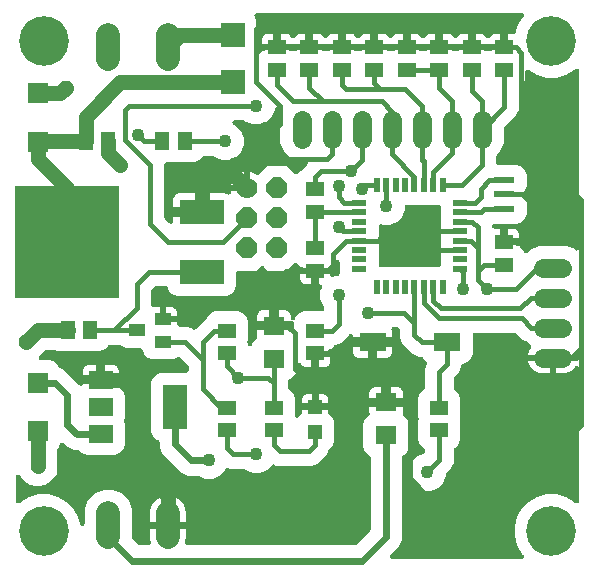
<source format=gbr>
G04 EAGLE Gerber RS-274X export*
G75*
%MOMM*%
%FSLAX34Y34*%
%LPD*%
%INTop Copper*%
%IPPOS*%
%AMOC8*
5,1,8,0,0,1.08239X$1,22.5*%
G01*
%ADD10R,1.500000X1.300000*%
%ADD11C,1.616000*%
%ADD12C,1.778000*%
%ADD13P,1.924489X8X292.500000*%
%ADD14R,1.400000X1.000000*%
%ADD15R,1.200000X1.200000*%
%ADD16R,2.000000X1.500000*%
%ADD17R,2.000000X3.800000*%
%ADD18R,1.800000X1.600000*%
%ADD19C,2.000000*%
%ADD20R,1.700000X1.800000*%
%ADD21R,1.300000X1.500000*%
%ADD22R,3.810000X2.082800*%
%ADD23R,8.890000X9.500000*%
%ADD24R,2.300000X1.600000*%
%ADD25R,2.000000X2.000000*%
%ADD26R,1.270000X0.500000*%
%ADD27R,0.500000X1.270000*%
%ADD28R,1.800000X0.500000*%
%ADD29C,1.270000*%
%ADD30C,0.406400*%
%ADD31C,1.100000*%
%ADD32C,4.200000*%
%ADD33C,0.609600*%
%ADD34P,1.298868X8X22.500000*%

G36*
X439606Y16432D02*
X439606Y16432D01*
X439615Y16431D01*
X439807Y16452D01*
X439998Y16471D01*
X440007Y16473D01*
X440016Y16474D01*
X440198Y16532D01*
X440383Y16589D01*
X440391Y16593D01*
X440399Y16596D01*
X440568Y16689D01*
X440737Y16781D01*
X440744Y16786D01*
X440752Y16791D01*
X440900Y16916D01*
X441046Y17038D01*
X441052Y17045D01*
X441059Y17051D01*
X441178Y17202D01*
X441299Y17352D01*
X441303Y17360D01*
X441308Y17367D01*
X441395Y17538D01*
X441484Y17709D01*
X441487Y17718D01*
X441491Y17726D01*
X441542Y17911D01*
X441596Y18096D01*
X441596Y18105D01*
X441599Y18114D01*
X441613Y18306D01*
X441628Y18498D01*
X441627Y18506D01*
X441628Y18515D01*
X441604Y18708D01*
X441582Y18897D01*
X441579Y18906D01*
X441578Y18915D01*
X441516Y19098D01*
X441457Y19280D01*
X441452Y19288D01*
X441449Y19296D01*
X441354Y19462D01*
X441259Y19631D01*
X441253Y19638D01*
X441248Y19645D01*
X441034Y19898D01*
X440065Y20867D01*
X435963Y27972D01*
X433839Y35898D01*
X433839Y44102D01*
X435963Y52028D01*
X440065Y59133D01*
X445867Y64935D01*
X452972Y69037D01*
X460898Y71161D01*
X469102Y71161D01*
X477028Y69037D01*
X484133Y64935D01*
X485102Y63966D01*
X485109Y63961D01*
X485114Y63954D01*
X485264Y63833D01*
X485413Y63711D01*
X485421Y63707D01*
X485428Y63701D01*
X485598Y63613D01*
X485769Y63523D01*
X485778Y63520D01*
X485785Y63516D01*
X485970Y63463D01*
X486155Y63408D01*
X486164Y63407D01*
X486172Y63404D01*
X486363Y63389D01*
X486556Y63371D01*
X486565Y63372D01*
X486574Y63372D01*
X486763Y63394D01*
X486956Y63415D01*
X486965Y63417D01*
X486973Y63418D01*
X487155Y63478D01*
X487340Y63536D01*
X487348Y63541D01*
X487356Y63543D01*
X487523Y63638D01*
X487692Y63731D01*
X487699Y63737D01*
X487707Y63741D01*
X487852Y63866D01*
X487999Y63992D01*
X488005Y63999D01*
X488012Y64004D01*
X488128Y64155D01*
X488249Y64307D01*
X488253Y64316D01*
X488258Y64322D01*
X488343Y64493D01*
X488431Y64666D01*
X488434Y64675D01*
X488438Y64683D01*
X488487Y64869D01*
X488539Y65054D01*
X488540Y65063D01*
X488542Y65072D01*
X488569Y65403D01*
X488569Y177857D01*
X488553Y178024D01*
X488541Y178192D01*
X488533Y178224D01*
X488529Y178257D01*
X488480Y178418D01*
X488436Y178581D01*
X488421Y178610D01*
X488411Y178642D01*
X488331Y178790D01*
X488256Y178941D01*
X488235Y178967D01*
X488219Y178996D01*
X488112Y179125D01*
X488008Y179258D01*
X487983Y179280D01*
X487962Y179306D01*
X487831Y179411D01*
X487703Y179521D01*
X487674Y179537D01*
X487648Y179558D01*
X487499Y179635D01*
X487352Y179718D01*
X487320Y179728D01*
X487291Y179743D01*
X487129Y179790D01*
X486969Y179842D01*
X486936Y179846D01*
X486904Y179855D01*
X486736Y179869D01*
X486569Y179888D01*
X486536Y179885D01*
X486502Y179888D01*
X486336Y179868D01*
X486168Y179854D01*
X486136Y179845D01*
X486103Y179841D01*
X485943Y179789D01*
X485781Y179742D01*
X485752Y179726D01*
X485720Y179716D01*
X485573Y179633D01*
X485424Y179555D01*
X485398Y179534D01*
X485369Y179518D01*
X485242Y179408D01*
X485111Y179302D01*
X485087Y179274D01*
X485065Y179255D01*
X485012Y179187D01*
X484895Y179051D01*
X484368Y178326D01*
X482904Y176862D01*
X481228Y175644D01*
X479382Y174703D01*
X477412Y174063D01*
X475366Y173739D01*
X468789Y173739D01*
X468789Y184361D01*
X486538Y184361D01*
X486556Y184362D01*
X486574Y184361D01*
X486756Y184382D01*
X486939Y184401D01*
X486956Y184406D01*
X486973Y184408D01*
X487148Y184465D01*
X487324Y184519D01*
X487339Y184527D01*
X487356Y184533D01*
X487516Y184623D01*
X487678Y184710D01*
X487691Y184722D01*
X487707Y184731D01*
X487846Y184851D01*
X487987Y184968D01*
X487998Y184982D01*
X488012Y184994D01*
X488124Y185139D01*
X488239Y185282D01*
X488247Y185298D01*
X488258Y185312D01*
X488340Y185477D01*
X488425Y185639D01*
X488430Y185656D01*
X488438Y185672D01*
X488485Y185851D01*
X488536Y186026D01*
X488538Y186044D01*
X488542Y186061D01*
X488569Y186392D01*
X488569Y187408D01*
X488567Y187426D01*
X488569Y187444D01*
X488548Y187626D01*
X488529Y187809D01*
X488524Y187826D01*
X488522Y187843D01*
X488465Y188018D01*
X488411Y188194D01*
X488403Y188209D01*
X488397Y188226D01*
X488307Y188386D01*
X488219Y188548D01*
X488208Y188561D01*
X488199Y188577D01*
X488079Y188716D01*
X487962Y188857D01*
X487948Y188868D01*
X487936Y188882D01*
X487791Y188994D01*
X487648Y189109D01*
X487632Y189117D01*
X487618Y189128D01*
X487453Y189210D01*
X487291Y189295D01*
X487274Y189300D01*
X487258Y189308D01*
X487079Y189355D01*
X486904Y189406D01*
X486886Y189408D01*
X486869Y189412D01*
X486538Y189439D01*
X466758Y189439D01*
X466740Y189437D01*
X466723Y189439D01*
X466540Y189418D01*
X466358Y189399D01*
X466341Y189394D01*
X466323Y189392D01*
X466245Y189367D01*
X466108Y189406D01*
X466090Y189408D01*
X466073Y189412D01*
X465742Y189439D01*
X445247Y189439D01*
X445333Y189982D01*
X445973Y191952D01*
X446914Y193798D01*
X447561Y194689D01*
X447592Y194741D01*
X447629Y194788D01*
X447693Y194914D01*
X447765Y195037D01*
X447784Y195093D01*
X447811Y195147D01*
X447849Y195283D01*
X447895Y195417D01*
X447903Y195477D01*
X447919Y195535D01*
X447930Y195676D01*
X447948Y195816D01*
X447944Y195876D01*
X447949Y195936D01*
X447931Y196077D01*
X447922Y196218D01*
X447906Y196276D01*
X447898Y196336D01*
X447853Y196470D01*
X447816Y196607D01*
X447789Y196660D01*
X447770Y196717D01*
X447699Y196840D01*
X447636Y196967D01*
X447599Y197014D01*
X447569Y197066D01*
X447439Y197220D01*
X447389Y197284D01*
X447372Y197299D01*
X447354Y197319D01*
X444351Y200322D01*
X444327Y200342D01*
X444307Y200366D01*
X444172Y200470D01*
X444040Y200577D01*
X444012Y200592D01*
X443987Y200611D01*
X443692Y200763D01*
X440793Y201963D01*
X435545Y207212D01*
X435524Y207229D01*
X435506Y207250D01*
X435368Y207357D01*
X435233Y207467D01*
X435209Y207480D01*
X435188Y207496D01*
X435031Y207574D01*
X434877Y207656D01*
X434852Y207664D01*
X434828Y207676D01*
X434658Y207721D01*
X434491Y207771D01*
X434465Y207773D01*
X434439Y207780D01*
X434108Y207807D01*
X400192Y207807D01*
X400174Y207805D01*
X400156Y207807D01*
X399974Y207786D01*
X399791Y207767D01*
X399774Y207762D01*
X399757Y207760D01*
X399582Y207703D01*
X399406Y207649D01*
X399391Y207641D01*
X399374Y207635D01*
X399214Y207545D01*
X399052Y207457D01*
X399039Y207446D01*
X399023Y207437D01*
X398884Y207317D01*
X398743Y207200D01*
X398732Y207186D01*
X398718Y207174D01*
X398606Y207029D01*
X398491Y206886D01*
X398483Y206870D01*
X398472Y206856D01*
X398390Y206691D01*
X398305Y206529D01*
X398300Y206512D01*
X398292Y206496D01*
X398245Y206317D01*
X398194Y206142D01*
X398192Y206124D01*
X398188Y206107D01*
X398161Y205776D01*
X398161Y189979D01*
X396614Y186244D01*
X393756Y183386D01*
X389947Y181808D01*
X389927Y181798D01*
X389906Y181791D01*
X389749Y181703D01*
X389592Y181618D01*
X389575Y181604D01*
X389555Y181593D01*
X389419Y181476D01*
X389281Y181362D01*
X389267Y181344D01*
X389250Y181330D01*
X389141Y181188D01*
X389028Y181049D01*
X389017Y181029D01*
X389004Y181012D01*
X388924Y180851D01*
X388841Y180693D01*
X388834Y180671D01*
X388824Y180651D01*
X388778Y180478D01*
X388728Y180306D01*
X388726Y180284D01*
X388720Y180263D01*
X388693Y179932D01*
X388693Y179075D01*
X386837Y174593D01*
X382788Y170545D01*
X382771Y170524D01*
X382750Y170506D01*
X382643Y170368D01*
X382533Y170233D01*
X382520Y170209D01*
X382504Y170188D01*
X382426Y170031D01*
X382344Y169877D01*
X382336Y169852D01*
X382324Y169828D01*
X382279Y169657D01*
X382229Y169491D01*
X382227Y169465D01*
X382220Y169439D01*
X382193Y169108D01*
X382193Y161411D01*
X382195Y161389D01*
X382193Y161367D01*
X382215Y161189D01*
X382233Y161011D01*
X382239Y160989D01*
X382242Y160967D01*
X382298Y160797D01*
X382351Y160626D01*
X382361Y160606D01*
X382368Y160585D01*
X382457Y160429D01*
X382543Y160272D01*
X382557Y160255D01*
X382568Y160235D01*
X382686Y160100D01*
X382800Y159963D01*
X382818Y159949D01*
X382832Y159932D01*
X382975Y159822D01*
X383114Y159710D01*
X383134Y159700D01*
X383152Y159686D01*
X383217Y159653D01*
X386114Y156756D01*
X387661Y153021D01*
X387661Y135979D01*
X387577Y135777D01*
X387569Y135752D01*
X387557Y135728D01*
X387511Y135560D01*
X387461Y135392D01*
X387458Y135365D01*
X387451Y135339D01*
X387439Y135165D01*
X387423Y134991D01*
X387425Y134964D01*
X387424Y134938D01*
X387446Y134765D01*
X387464Y134591D01*
X387472Y134565D01*
X387476Y134539D01*
X387577Y134223D01*
X387661Y134021D01*
X387661Y116979D01*
X386114Y113244D01*
X383206Y110336D01*
X383092Y110275D01*
X383075Y110261D01*
X383055Y110250D01*
X382920Y110133D01*
X382781Y110019D01*
X382767Y110001D01*
X382750Y109987D01*
X382641Y109846D01*
X382528Y109706D01*
X382517Y109686D01*
X382504Y109669D01*
X382424Y109509D01*
X382341Y109350D01*
X382334Y109328D01*
X382324Y109308D01*
X382278Y109134D01*
X382228Y108963D01*
X382226Y108941D01*
X382220Y108919D01*
X382193Y108589D01*
X382193Y97575D01*
X380337Y93093D01*
X376256Y89013D01*
X376239Y88992D01*
X376218Y88974D01*
X376111Y88836D01*
X376001Y88701D01*
X375988Y88677D01*
X375972Y88656D01*
X375894Y88499D01*
X375812Y88345D01*
X375804Y88320D01*
X375792Y88296D01*
X375747Y88126D01*
X375697Y87959D01*
X375695Y87933D01*
X375688Y87907D01*
X375661Y87576D01*
X375661Y86885D01*
X373277Y81129D01*
X368871Y76723D01*
X363115Y74339D01*
X356885Y74339D01*
X351129Y76723D01*
X346723Y81129D01*
X344339Y86885D01*
X344339Y93115D01*
X346723Y98871D01*
X351129Y103277D01*
X356553Y105523D01*
X356573Y105534D01*
X356594Y105541D01*
X356750Y105629D01*
X356908Y105714D01*
X356925Y105728D01*
X356945Y105739D01*
X357080Y105856D01*
X357219Y105970D01*
X357233Y105987D01*
X357250Y106002D01*
X357359Y106143D01*
X357472Y106283D01*
X357483Y106302D01*
X357496Y106320D01*
X357576Y106481D01*
X357659Y106639D01*
X357666Y106660D01*
X357676Y106681D01*
X357722Y106854D01*
X357772Y107026D01*
X357774Y107048D01*
X357780Y107069D01*
X357807Y107400D01*
X357807Y108589D01*
X357805Y108611D01*
X357807Y108633D01*
X357785Y108811D01*
X357767Y108989D01*
X357761Y109011D01*
X357758Y109033D01*
X357702Y109203D01*
X357649Y109374D01*
X357639Y109394D01*
X357632Y109415D01*
X357543Y109571D01*
X357457Y109728D01*
X357443Y109745D01*
X357432Y109765D01*
X357314Y109900D01*
X357200Y110037D01*
X357182Y110051D01*
X357168Y110068D01*
X357025Y110178D01*
X356886Y110290D01*
X356866Y110300D01*
X356848Y110314D01*
X356783Y110347D01*
X353886Y113244D01*
X352339Y116979D01*
X352339Y134021D01*
X352423Y134223D01*
X352431Y134248D01*
X352443Y134272D01*
X352489Y134441D01*
X352539Y134608D01*
X352542Y134635D01*
X352549Y134661D01*
X352561Y134836D01*
X352577Y135009D01*
X352575Y135035D01*
X352576Y135062D01*
X352554Y135236D01*
X352536Y135409D01*
X352528Y135435D01*
X352524Y135461D01*
X352423Y135777D01*
X352339Y135979D01*
X352339Y153021D01*
X353886Y156756D01*
X356794Y159664D01*
X356908Y159725D01*
X356925Y159739D01*
X356945Y159750D01*
X357080Y159867D01*
X357219Y159981D01*
X357233Y159999D01*
X357250Y160013D01*
X357359Y160154D01*
X357472Y160294D01*
X357483Y160314D01*
X357496Y160331D01*
X357576Y160491D01*
X357659Y160650D01*
X357666Y160672D01*
X357676Y160692D01*
X357722Y160866D01*
X357772Y161037D01*
X357774Y161059D01*
X357780Y161081D01*
X357807Y161411D01*
X357807Y177425D01*
X359455Y181403D01*
X359461Y181424D01*
X359471Y181444D01*
X359519Y181616D01*
X359571Y181788D01*
X359573Y181810D01*
X359579Y181832D01*
X359592Y182011D01*
X359609Y182189D01*
X359607Y182211D01*
X359609Y182233D01*
X359586Y182412D01*
X359568Y182589D01*
X359561Y182610D01*
X359558Y182633D01*
X359501Y182803D01*
X359448Y182974D01*
X359437Y182993D01*
X359430Y183014D01*
X359340Y183170D01*
X359255Y183327D01*
X359240Y183344D01*
X359229Y183363D01*
X359014Y183616D01*
X356386Y186244D01*
X356258Y186553D01*
X356248Y186573D01*
X356241Y186594D01*
X356153Y186750D01*
X356068Y186908D01*
X356054Y186925D01*
X356043Y186945D01*
X355926Y187080D01*
X355812Y187219D01*
X355794Y187233D01*
X355780Y187250D01*
X355638Y187359D01*
X355499Y187472D01*
X355479Y187483D01*
X355462Y187496D01*
X355301Y187576D01*
X355143Y187659D01*
X355121Y187666D01*
X355101Y187676D01*
X354928Y187722D01*
X354756Y187772D01*
X354734Y187774D01*
X354712Y187780D01*
X354382Y187807D01*
X352575Y187807D01*
X348093Y189663D01*
X338663Y199093D01*
X336807Y203575D01*
X336807Y210108D01*
X336805Y210135D01*
X336807Y210162D01*
X336785Y210335D01*
X336767Y210509D01*
X336759Y210535D01*
X336756Y210561D01*
X336701Y210727D01*
X336649Y210894D01*
X336636Y210917D01*
X336628Y210943D01*
X336541Y211094D01*
X336457Y211248D01*
X336440Y211268D01*
X336427Y211292D01*
X336212Y211545D01*
X335545Y212212D01*
X335524Y212229D01*
X335506Y212250D01*
X335368Y212357D01*
X335233Y212467D01*
X335209Y212480D01*
X335188Y212496D01*
X335032Y212574D01*
X334877Y212656D01*
X334852Y212664D01*
X334828Y212676D01*
X334658Y212721D01*
X334491Y212771D01*
X334465Y212773D01*
X334439Y212780D01*
X334108Y212807D01*
X331548Y212807D01*
X331535Y212806D01*
X331521Y212807D01*
X331335Y212786D01*
X331147Y212767D01*
X331135Y212763D01*
X331121Y212762D01*
X330942Y212704D01*
X330763Y212649D01*
X330751Y212643D01*
X330738Y212639D01*
X330574Y212547D01*
X330409Y212457D01*
X330398Y212449D01*
X330386Y212442D01*
X330243Y212319D01*
X330099Y212200D01*
X330091Y212189D01*
X330081Y212181D01*
X329964Y212032D01*
X329847Y211886D01*
X329841Y211874D01*
X329832Y211864D01*
X329747Y211694D01*
X329661Y211529D01*
X329658Y211516D01*
X329652Y211504D01*
X329602Y211322D01*
X329550Y211142D01*
X329549Y211128D01*
X329545Y211115D01*
X329533Y210929D01*
X329517Y210740D01*
X329519Y210727D01*
X329518Y210714D01*
X329542Y210528D01*
X329564Y210341D01*
X329568Y210328D01*
X329570Y210315D01*
X329671Y209999D01*
X329885Y209482D01*
X330081Y208500D01*
X330081Y203999D01*
X315468Y203999D01*
X315450Y203997D01*
X315433Y203999D01*
X315250Y203978D01*
X315068Y203959D01*
X315051Y203954D01*
X315033Y203952D01*
X314858Y203895D01*
X314683Y203841D01*
X314667Y203833D01*
X314650Y203827D01*
X314490Y203737D01*
X314329Y203649D01*
X314315Y203638D01*
X314299Y203629D01*
X314160Y203509D01*
X314019Y203392D01*
X314008Y203378D01*
X313995Y203366D01*
X313882Y203221D01*
X313767Y203078D01*
X313759Y203062D01*
X313748Y203048D01*
X313666Y202883D01*
X313582Y202721D01*
X313577Y202704D01*
X313569Y202688D01*
X313521Y202509D01*
X313502Y202445D01*
X313459Y202578D01*
X313405Y202754D01*
X313397Y202769D01*
X313391Y202786D01*
X313301Y202946D01*
X313213Y203108D01*
X313202Y203121D01*
X313193Y203137D01*
X313073Y203276D01*
X312955Y203417D01*
X312942Y203428D01*
X312930Y203442D01*
X312785Y203554D01*
X312642Y203669D01*
X312626Y203677D01*
X312612Y203688D01*
X312447Y203770D01*
X312284Y203855D01*
X312267Y203860D01*
X312251Y203868D01*
X312073Y203915D01*
X311898Y203966D01*
X311880Y203968D01*
X311863Y203972D01*
X311532Y203999D01*
X296919Y203999D01*
X296919Y204772D01*
X296918Y204781D01*
X296919Y204790D01*
X296898Y204984D01*
X296879Y205173D01*
X296877Y205181D01*
X296876Y205190D01*
X296818Y205373D01*
X296761Y205558D01*
X296757Y205566D01*
X296754Y205574D01*
X296661Y205743D01*
X296569Y205912D01*
X296564Y205919D01*
X296559Y205927D01*
X296435Y206073D01*
X296312Y206221D01*
X296305Y206227D01*
X296299Y206234D01*
X296148Y206353D01*
X295998Y206473D01*
X295990Y206478D01*
X295983Y206483D01*
X295810Y206571D01*
X295641Y206659D01*
X295632Y206661D01*
X295624Y206665D01*
X295438Y206717D01*
X295254Y206770D01*
X295245Y206771D01*
X295236Y206773D01*
X295043Y206788D01*
X294852Y206803D01*
X294844Y206802D01*
X294835Y206803D01*
X294642Y206779D01*
X294453Y206756D01*
X294444Y206754D01*
X294435Y206752D01*
X294252Y206691D01*
X294070Y206631D01*
X294062Y206627D01*
X294054Y206624D01*
X293887Y206528D01*
X293719Y206434D01*
X293712Y206428D01*
X293705Y206423D01*
X293452Y206209D01*
X286407Y199163D01*
X281906Y197299D01*
X281791Y197285D01*
X281617Y197267D01*
X281592Y197260D01*
X281565Y197256D01*
X281400Y197201D01*
X281233Y197149D01*
X281209Y197136D01*
X281184Y197128D01*
X281032Y197041D01*
X280879Y196957D01*
X280858Y196940D01*
X280835Y196927D01*
X280582Y196712D01*
X278176Y194306D01*
X278159Y194286D01*
X278138Y194268D01*
X278031Y194130D01*
X277921Y193995D01*
X277908Y193971D01*
X277892Y193950D01*
X277814Y193793D01*
X277790Y193749D01*
X277122Y193749D01*
X277091Y193746D01*
X277060Y193748D01*
X276890Y193726D01*
X276721Y193709D01*
X276692Y193700D01*
X276661Y193696D01*
X276345Y193595D01*
X274521Y192839D01*
X266218Y192839D01*
X266200Y192837D01*
X266183Y192839D01*
X266000Y192818D01*
X265818Y192799D01*
X265801Y192794D01*
X265783Y192792D01*
X265608Y192735D01*
X265433Y192681D01*
X265417Y192673D01*
X265400Y192667D01*
X265240Y192577D01*
X265079Y192489D01*
X265065Y192478D01*
X265049Y192469D01*
X264910Y192349D01*
X264769Y192232D01*
X264758Y192218D01*
X264745Y192206D01*
X264632Y192061D01*
X264517Y191918D01*
X264509Y191902D01*
X264498Y191888D01*
X264416Y191723D01*
X264332Y191561D01*
X264327Y191544D01*
X264319Y191528D01*
X264271Y191349D01*
X264260Y191313D01*
X263782Y191313D01*
X263764Y191311D01*
X263746Y191313D01*
X263564Y191291D01*
X263381Y191273D01*
X263364Y191268D01*
X263347Y191266D01*
X263172Y191209D01*
X262996Y191155D01*
X262981Y191147D01*
X262964Y191141D01*
X262804Y191051D01*
X262642Y190963D01*
X262629Y190952D01*
X262613Y190943D01*
X262474Y190823D01*
X262333Y190705D01*
X262322Y190692D01*
X262308Y190680D01*
X262196Y190535D01*
X262081Y190392D01*
X262073Y190376D01*
X262062Y190362D01*
X261980Y190197D01*
X261895Y190034D01*
X261890Y190017D01*
X261882Y190001D01*
X261834Y189823D01*
X261784Y189648D01*
X261782Y189630D01*
X261778Y189613D01*
X261751Y189282D01*
X261751Y178919D01*
X257000Y178919D01*
X256018Y179115D01*
X255093Y179498D01*
X254261Y180054D01*
X253554Y180761D01*
X252893Y181749D01*
X252880Y181775D01*
X252876Y181779D01*
X252873Y181784D01*
X252750Y181933D01*
X252624Y182085D01*
X252619Y182089D01*
X252616Y182093D01*
X252464Y182215D01*
X252312Y182339D01*
X252306Y182342D01*
X252302Y182346D01*
X252130Y182435D01*
X251955Y182527D01*
X251950Y182529D01*
X251945Y182531D01*
X251758Y182585D01*
X251569Y182640D01*
X251563Y182641D01*
X251558Y182643D01*
X251361Y182659D01*
X251168Y182676D01*
X251162Y182675D01*
X251156Y182675D01*
X250963Y182653D01*
X250768Y182631D01*
X250762Y182629D01*
X250757Y182628D01*
X250570Y182568D01*
X250384Y182508D01*
X250379Y182505D01*
X250374Y182504D01*
X250202Y182407D01*
X250033Y182312D01*
X250028Y182309D01*
X250023Y182306D01*
X249876Y182178D01*
X249726Y182051D01*
X249723Y182046D01*
X249718Y182043D01*
X249600Y181890D01*
X249478Y181734D01*
X249475Y181729D01*
X249472Y181724D01*
X249385Y181549D01*
X249297Y181375D01*
X249295Y181369D01*
X249292Y181364D01*
X249241Y181173D01*
X249190Y180986D01*
X249189Y180981D01*
X249188Y180975D01*
X249161Y180644D01*
X249161Y175979D01*
X247614Y172244D01*
X244756Y169386D01*
X243447Y168844D01*
X243427Y168833D01*
X243406Y168827D01*
X243250Y168738D01*
X243092Y168654D01*
X243075Y168640D01*
X243055Y168629D01*
X242920Y168512D01*
X242781Y168397D01*
X242767Y168380D01*
X242750Y168365D01*
X242641Y168224D01*
X242528Y168085D01*
X242517Y168065D01*
X242504Y168047D01*
X242424Y167887D01*
X242341Y167728D01*
X242334Y167707D01*
X242324Y167687D01*
X242278Y167513D01*
X242228Y167342D01*
X242226Y167320D01*
X242220Y167298D01*
X242193Y166967D01*
X242193Y161411D01*
X242195Y161389D01*
X242193Y161367D01*
X242215Y161189D01*
X242233Y161011D01*
X242239Y160989D01*
X242242Y160967D01*
X242298Y160797D01*
X242351Y160626D01*
X242361Y160606D01*
X242368Y160585D01*
X242457Y160429D01*
X242543Y160272D01*
X242557Y160255D01*
X242568Y160235D01*
X242686Y160100D01*
X242800Y159963D01*
X242818Y159949D01*
X242832Y159932D01*
X242975Y159822D01*
X243114Y159710D01*
X243134Y159700D01*
X243152Y159686D01*
X243217Y159653D01*
X246114Y156756D01*
X247661Y153021D01*
X247661Y138034D01*
X247662Y138025D01*
X247661Y138016D01*
X247682Y137824D01*
X247701Y137633D01*
X247703Y137625D01*
X247704Y137616D01*
X247762Y137434D01*
X247819Y137248D01*
X247823Y137241D01*
X247826Y137232D01*
X247919Y137064D01*
X248011Y136894D01*
X248016Y136888D01*
X248021Y136880D01*
X248147Y136731D01*
X248268Y136585D01*
X248275Y136580D01*
X248281Y136573D01*
X248433Y136453D01*
X248582Y136333D01*
X248590Y136329D01*
X248597Y136323D01*
X248769Y136236D01*
X248939Y136147D01*
X248948Y136145D01*
X248956Y136141D01*
X249142Y136089D01*
X249326Y136036D01*
X249335Y136035D01*
X249344Y136033D01*
X249536Y136019D01*
X249728Y136003D01*
X249736Y136004D01*
X249745Y136003D01*
X249938Y136028D01*
X250127Y136050D01*
X250136Y136053D01*
X250145Y136054D01*
X250328Y136115D01*
X250510Y136175D01*
X250518Y136179D01*
X250526Y136182D01*
X250692Y136277D01*
X250861Y136373D01*
X250868Y136379D01*
X250875Y136383D01*
X251128Y136598D01*
X253324Y138794D01*
X253341Y138814D01*
X253362Y138832D01*
X253468Y138970D01*
X253579Y139105D01*
X253592Y139129D01*
X253608Y139150D01*
X253686Y139306D01*
X253768Y139461D01*
X253776Y139487D01*
X253788Y139511D01*
X253833Y139680D01*
X253883Y139847D01*
X253885Y139873D01*
X253892Y139899D01*
X253919Y140230D01*
X253919Y142101D01*
X264032Y142101D01*
X264050Y142102D01*
X264067Y142101D01*
X264250Y142122D01*
X264432Y142141D01*
X264449Y142146D01*
X264467Y142148D01*
X264642Y142205D01*
X264817Y142259D01*
X264833Y142267D01*
X264850Y142273D01*
X264999Y142357D01*
X265053Y142330D01*
X265216Y142245D01*
X265233Y142240D01*
X265249Y142232D01*
X265427Y142184D01*
X265602Y142134D01*
X265620Y142132D01*
X265637Y142128D01*
X265968Y142101D01*
X276081Y142101D01*
X276081Y140230D01*
X276083Y140204D01*
X276081Y140177D01*
X276103Y140003D01*
X276121Y139829D01*
X276128Y139804D01*
X276132Y139777D01*
X276187Y139612D01*
X276239Y139445D01*
X276252Y139421D01*
X276260Y139396D01*
X276347Y139244D01*
X276431Y139091D01*
X276448Y139070D01*
X276461Y139047D01*
X276676Y138794D01*
X279614Y135856D01*
X281161Y132121D01*
X281161Y116079D01*
X279614Y112344D01*
X277371Y110102D01*
X277352Y110078D01*
X277328Y110057D01*
X277224Y109922D01*
X277116Y109790D01*
X277102Y109763D01*
X277083Y109738D01*
X276931Y109443D01*
X275337Y105593D01*
X266907Y97163D01*
X262425Y95307D01*
X232575Y95307D01*
X230208Y96287D01*
X230187Y96294D01*
X230167Y96304D01*
X229995Y96352D01*
X229823Y96404D01*
X229801Y96406D01*
X229779Y96412D01*
X229600Y96425D01*
X229422Y96442D01*
X229400Y96440D01*
X229378Y96441D01*
X229200Y96419D01*
X229022Y96400D01*
X229000Y96394D01*
X228978Y96391D01*
X228808Y96334D01*
X228637Y96281D01*
X228618Y96270D01*
X228597Y96263D01*
X228441Y96173D01*
X228284Y96087D01*
X228267Y96073D01*
X228248Y96062D01*
X227995Y95847D01*
X223871Y91723D01*
X218115Y89339D01*
X211885Y89339D01*
X206129Y91723D01*
X205640Y92212D01*
X205619Y92229D01*
X205602Y92250D01*
X205464Y92357D01*
X205329Y92467D01*
X205305Y92480D01*
X205284Y92496D01*
X205127Y92574D01*
X204973Y92656D01*
X204947Y92664D01*
X204923Y92676D01*
X204754Y92721D01*
X204587Y92771D01*
X204560Y92773D01*
X204534Y92780D01*
X204204Y92807D01*
X192575Y92807D01*
X191376Y93304D01*
X191359Y93309D01*
X191343Y93317D01*
X191167Y93367D01*
X190991Y93420D01*
X190973Y93422D01*
X190956Y93427D01*
X190773Y93441D01*
X190590Y93458D01*
X190572Y93457D01*
X190554Y93458D01*
X190373Y93436D01*
X190189Y93417D01*
X190172Y93411D01*
X190155Y93409D01*
X189981Y93352D01*
X189805Y93297D01*
X189789Y93288D01*
X189772Y93283D01*
X189614Y93192D01*
X189452Y93104D01*
X189438Y93092D01*
X189423Y93083D01*
X189285Y92963D01*
X189144Y92845D01*
X189132Y92830D01*
X189119Y92819D01*
X189007Y92674D01*
X188893Y92530D01*
X188885Y92514D01*
X188874Y92500D01*
X188722Y92204D01*
X188277Y91129D01*
X183871Y86723D01*
X178115Y84339D01*
X171885Y84339D01*
X166339Y86637D01*
X166309Y86646D01*
X166281Y86660D01*
X166116Y86704D01*
X165953Y86753D01*
X165922Y86756D01*
X165892Y86764D01*
X165561Y86791D01*
X157373Y86791D01*
X152518Y88802D01*
X135302Y106018D01*
X133291Y110873D01*
X133291Y114974D01*
X133289Y114996D01*
X133291Y115018D01*
X133269Y115196D01*
X133251Y115375D01*
X133245Y115396D01*
X133242Y115418D01*
X133186Y115588D01*
X133133Y115760D01*
X133123Y115779D01*
X133116Y115800D01*
X133027Y115956D01*
X132941Y116114D01*
X132927Y116131D01*
X132916Y116150D01*
X132798Y116286D01*
X132684Y116423D01*
X132666Y116437D01*
X132652Y116454D01*
X132510Y116563D01*
X132370Y116675D01*
X132350Y116685D01*
X132332Y116699D01*
X132037Y116851D01*
X130744Y117386D01*
X127886Y120244D01*
X126339Y123979D01*
X126339Y166021D01*
X127886Y169756D01*
X130744Y172614D01*
X134479Y174161D01*
X155776Y174161D01*
X155794Y174163D01*
X155812Y174161D01*
X155994Y174182D01*
X156177Y174201D01*
X156194Y174206D01*
X156211Y174208D01*
X156386Y174265D01*
X156562Y174319D01*
X156577Y174327D01*
X156594Y174333D01*
X156754Y174423D01*
X156916Y174511D01*
X156929Y174522D01*
X156945Y174531D01*
X157084Y174651D01*
X157225Y174768D01*
X157236Y174782D01*
X157250Y174794D01*
X157362Y174939D01*
X157477Y175082D01*
X157485Y175098D01*
X157496Y175112D01*
X157578Y175277D01*
X157663Y175439D01*
X157668Y175456D01*
X157676Y175472D01*
X157723Y175651D01*
X157774Y175826D01*
X157776Y175844D01*
X157780Y175861D01*
X157807Y176192D01*
X157807Y179108D01*
X157805Y179135D01*
X157807Y179162D01*
X157785Y179335D01*
X157767Y179509D01*
X157760Y179534D01*
X157756Y179561D01*
X157701Y179727D01*
X157649Y179894D01*
X157636Y179917D01*
X157628Y179943D01*
X157541Y180094D01*
X157457Y180248D01*
X157440Y180268D01*
X157427Y180292D01*
X157212Y180545D01*
X151211Y186546D01*
X151194Y186560D01*
X151179Y186577D01*
X151038Y186687D01*
X150899Y186801D01*
X150880Y186811D01*
X150862Y186825D01*
X150702Y186906D01*
X150544Y186990D01*
X150522Y186996D01*
X150502Y187006D01*
X150330Y187053D01*
X150158Y187104D01*
X150136Y187106D01*
X150114Y187112D01*
X149935Y187125D01*
X149757Y187141D01*
X149735Y187138D01*
X149712Y187140D01*
X149535Y187117D01*
X149357Y187097D01*
X149335Y187091D01*
X149313Y187088D01*
X148997Y186986D01*
X145021Y185339D01*
X126979Y185339D01*
X123244Y186886D01*
X120386Y189744D01*
X118795Y193585D01*
X118785Y193605D01*
X118778Y193626D01*
X118689Y193783D01*
X118605Y193940D01*
X118591Y193957D01*
X118580Y193977D01*
X118463Y194113D01*
X118349Y194251D01*
X118331Y194265D01*
X118317Y194282D01*
X118175Y194391D01*
X118036Y194504D01*
X118016Y194515D01*
X117999Y194528D01*
X117838Y194608D01*
X117679Y194691D01*
X117658Y194698D01*
X117638Y194708D01*
X117465Y194754D01*
X117293Y194804D01*
X117271Y194806D01*
X117249Y194812D01*
X116919Y194839D01*
X104979Y194839D01*
X101244Y196386D01*
X100418Y197212D01*
X100398Y197229D01*
X100380Y197250D01*
X100242Y197356D01*
X100107Y197467D01*
X100083Y197480D01*
X100062Y197496D01*
X99906Y197574D01*
X99751Y197656D01*
X99725Y197664D01*
X99701Y197676D01*
X99532Y197721D01*
X99365Y197771D01*
X99339Y197773D01*
X99313Y197780D01*
X98982Y197807D01*
X91411Y197807D01*
X91389Y197805D01*
X91367Y197807D01*
X91189Y197785D01*
X91011Y197767D01*
X90989Y197761D01*
X90967Y197758D01*
X90797Y197702D01*
X90626Y197649D01*
X90606Y197639D01*
X90585Y197632D01*
X90429Y197543D01*
X90272Y197457D01*
X90255Y197443D01*
X90235Y197432D01*
X90100Y197314D01*
X89963Y197200D01*
X89949Y197182D01*
X89932Y197168D01*
X89822Y197025D01*
X89710Y196886D01*
X89700Y196866D01*
X89686Y196848D01*
X89653Y196783D01*
X86756Y193886D01*
X83021Y192339D01*
X65979Y192339D01*
X65777Y192423D01*
X65752Y192431D01*
X65728Y192443D01*
X65560Y192489D01*
X65392Y192539D01*
X65365Y192542D01*
X65339Y192549D01*
X65165Y192561D01*
X64991Y192577D01*
X64964Y192575D01*
X64938Y192576D01*
X64765Y192554D01*
X64591Y192536D01*
X64565Y192528D01*
X64539Y192524D01*
X64223Y192423D01*
X64021Y192339D01*
X46979Y192339D01*
X44576Y193335D01*
X44546Y193344D01*
X44518Y193358D01*
X44353Y193402D01*
X44190Y193451D01*
X44159Y193454D01*
X44129Y193462D01*
X43799Y193489D01*
X37680Y193489D01*
X37654Y193487D01*
X37627Y193489D01*
X37453Y193467D01*
X37280Y193449D01*
X37254Y193442D01*
X37228Y193438D01*
X37062Y193383D01*
X36895Y193331D01*
X36871Y193318D01*
X36846Y193310D01*
X36695Y193223D01*
X36541Y193139D01*
X36520Y193122D01*
X36497Y193109D01*
X36244Y192894D01*
X31478Y188128D01*
X31472Y188121D01*
X31465Y188116D01*
X31345Y187966D01*
X31223Y187817D01*
X31219Y187809D01*
X31213Y187802D01*
X31125Y187632D01*
X31034Y187461D01*
X31032Y187452D01*
X31028Y187445D01*
X30974Y187260D01*
X30920Y187075D01*
X30919Y187066D01*
X30916Y187058D01*
X30901Y186866D01*
X30883Y186674D01*
X30884Y186665D01*
X30883Y186656D01*
X30906Y186467D01*
X30927Y186274D01*
X30929Y186265D01*
X30930Y186257D01*
X30990Y186075D01*
X31048Y185890D01*
X31052Y185882D01*
X31055Y185874D01*
X31150Y185705D01*
X31243Y185538D01*
X31249Y185531D01*
X31253Y185523D01*
X31379Y185377D01*
X31503Y185231D01*
X31510Y185225D01*
X31516Y185218D01*
X31668Y185101D01*
X31819Y184981D01*
X31827Y184977D01*
X31834Y184972D01*
X32006Y184886D01*
X32178Y184799D01*
X32187Y184796D01*
X32195Y184792D01*
X32381Y184742D01*
X32566Y184691D01*
X32575Y184690D01*
X32584Y184688D01*
X32914Y184661D01*
X40521Y184661D01*
X44256Y183114D01*
X47114Y180256D01*
X47562Y179172D01*
X47575Y179149D01*
X47584Y179123D01*
X47670Y178972D01*
X47753Y178818D01*
X47770Y178797D01*
X47783Y178774D01*
X47898Y178641D01*
X48009Y178507D01*
X48030Y178490D01*
X48047Y178470D01*
X48186Y178364D01*
X48322Y178253D01*
X48345Y178241D01*
X48367Y178225D01*
X48662Y178073D01*
X51982Y176698D01*
X64952Y163728D01*
X64959Y163723D01*
X64964Y163716D01*
X65114Y163595D01*
X65263Y163473D01*
X65271Y163469D01*
X65278Y163463D01*
X65448Y163375D01*
X65619Y163285D01*
X65628Y163282D01*
X65635Y163278D01*
X65820Y163225D01*
X66005Y163170D01*
X66014Y163169D01*
X66022Y163166D01*
X66214Y163151D01*
X66406Y163133D01*
X66415Y163134D01*
X66424Y163134D01*
X66613Y163156D01*
X66806Y163177D01*
X66815Y163179D01*
X66823Y163181D01*
X67005Y163240D01*
X67190Y163298D01*
X67198Y163303D01*
X67206Y163305D01*
X67375Y163400D01*
X67542Y163493D01*
X67549Y163499D01*
X67557Y163503D01*
X67703Y163629D01*
X67849Y163754D01*
X67855Y163761D01*
X67862Y163766D01*
X67979Y163918D01*
X68099Y164070D01*
X68103Y164078D01*
X68108Y164085D01*
X68191Y164251D01*
X81782Y164251D01*
X81800Y164252D01*
X81817Y164251D01*
X82000Y164272D01*
X82182Y164291D01*
X82199Y164296D01*
X82217Y164298D01*
X82392Y164355D01*
X82567Y164409D01*
X82583Y164417D01*
X82600Y164423D01*
X82760Y164513D01*
X82921Y164600D01*
X82935Y164612D01*
X82951Y164621D01*
X83090Y164741D01*
X83231Y164858D01*
X83242Y164872D01*
X83255Y164884D01*
X83368Y165029D01*
X83483Y165172D01*
X83491Y165188D01*
X83502Y165202D01*
X83503Y165204D01*
X83537Y165142D01*
X83548Y165129D01*
X83557Y165113D01*
X83677Y164974D01*
X83795Y164833D01*
X83808Y164822D01*
X83820Y164808D01*
X83965Y164696D01*
X84108Y164581D01*
X84124Y164573D01*
X84138Y164562D01*
X84303Y164480D01*
X84466Y164395D01*
X84483Y164390D01*
X84499Y164382D01*
X84677Y164334D01*
X84852Y164284D01*
X84870Y164282D01*
X84887Y164278D01*
X85218Y164251D01*
X98581Y164251D01*
X98581Y162630D01*
X98583Y162604D01*
X98581Y162577D01*
X98603Y162403D01*
X98621Y162229D01*
X98628Y162204D01*
X98632Y162177D01*
X98687Y162012D01*
X98739Y161845D01*
X98752Y161821D01*
X98760Y161796D01*
X98847Y161644D01*
X98931Y161491D01*
X98948Y161470D01*
X98961Y161447D01*
X99176Y161194D01*
X102114Y158256D01*
X103661Y154521D01*
X103661Y135479D01*
X103163Y134277D01*
X103155Y134252D01*
X103143Y134228D01*
X103097Y134059D01*
X103047Y133892D01*
X103044Y133865D01*
X103037Y133839D01*
X103025Y133664D01*
X103008Y133491D01*
X103011Y133465D01*
X103009Y133438D01*
X103032Y133264D01*
X103050Y133091D01*
X103058Y133065D01*
X103061Y133039D01*
X103163Y132723D01*
X103661Y131521D01*
X103661Y112479D01*
X102114Y108744D01*
X99256Y105886D01*
X95521Y104339D01*
X71479Y104339D01*
X67744Y105886D01*
X65434Y108196D01*
X65414Y108213D01*
X65396Y108234D01*
X65258Y108341D01*
X65123Y108451D01*
X65099Y108464D01*
X65078Y108480D01*
X64921Y108558D01*
X64767Y108640D01*
X64742Y108648D01*
X64717Y108660D01*
X64548Y108705D01*
X64381Y108755D01*
X64355Y108757D01*
X64329Y108764D01*
X63998Y108791D01*
X60373Y108791D01*
X55518Y110802D01*
X52035Y114285D01*
X52024Y114294D01*
X52016Y114304D01*
X51869Y114421D01*
X51723Y114540D01*
X51711Y114547D01*
X51701Y114555D01*
X51534Y114641D01*
X51368Y114729D01*
X51355Y114733D01*
X51343Y114739D01*
X51162Y114790D01*
X50982Y114844D01*
X50968Y114845D01*
X50955Y114849D01*
X50770Y114863D01*
X50581Y114880D01*
X50567Y114879D01*
X50554Y114880D01*
X50369Y114857D01*
X50180Y114837D01*
X50167Y114833D01*
X50154Y114831D01*
X49977Y114772D01*
X49797Y114715D01*
X49785Y114709D01*
X49772Y114705D01*
X49608Y114611D01*
X49444Y114520D01*
X49434Y114512D01*
X49422Y114505D01*
X49280Y114381D01*
X49137Y114260D01*
X49129Y114249D01*
X49119Y114241D01*
X49004Y114092D01*
X48888Y113944D01*
X48882Y113932D01*
X48873Y113921D01*
X48722Y113626D01*
X47114Y109744D01*
X47106Y109736D01*
X47089Y109716D01*
X47068Y109698D01*
X46961Y109560D01*
X46851Y109425D01*
X46838Y109401D01*
X46822Y109380D01*
X46744Y109223D01*
X46662Y109069D01*
X46654Y109044D01*
X46642Y109019D01*
X46597Y108850D01*
X46547Y108683D01*
X46545Y108657D01*
X46538Y108631D01*
X46511Y108300D01*
X46511Y91716D01*
X46315Y91244D01*
X46306Y91214D01*
X46292Y91186D01*
X46248Y91021D01*
X46199Y90859D01*
X46196Y90828D01*
X46188Y90798D01*
X46161Y90467D01*
X46161Y88306D01*
X44633Y86778D01*
X44613Y86754D01*
X44590Y86733D01*
X44486Y86598D01*
X44378Y86467D01*
X44363Y86439D01*
X44344Y86414D01*
X44193Y86119D01*
X43997Y85647D01*
X39353Y81003D01*
X38881Y80807D01*
X38853Y80793D01*
X38824Y80783D01*
X38676Y80698D01*
X38526Y80617D01*
X38502Y80597D01*
X38475Y80582D01*
X38222Y80367D01*
X36694Y78839D01*
X34533Y78839D01*
X34502Y78836D01*
X34471Y78838D01*
X34302Y78816D01*
X34133Y78799D01*
X34103Y78790D01*
X34072Y78786D01*
X33756Y78685D01*
X33284Y78489D01*
X26716Y78489D01*
X26244Y78685D01*
X26214Y78694D01*
X26186Y78708D01*
X26021Y78752D01*
X25859Y78801D01*
X25828Y78804D01*
X25798Y78812D01*
X25467Y78839D01*
X23306Y78839D01*
X21778Y80367D01*
X21754Y80387D01*
X21733Y80410D01*
X21598Y80514D01*
X21467Y80622D01*
X21439Y80637D01*
X21414Y80656D01*
X21119Y80807D01*
X20647Y81003D01*
X16003Y85647D01*
X15807Y86119D01*
X15793Y86147D01*
X15783Y86176D01*
X15698Y86324D01*
X15617Y86474D01*
X15597Y86498D01*
X15582Y86525D01*
X15367Y86778D01*
X14898Y87247D01*
X14891Y87253D01*
X14886Y87260D01*
X14736Y87380D01*
X14587Y87502D01*
X14579Y87506D01*
X14572Y87512D01*
X14402Y87600D01*
X14231Y87691D01*
X14222Y87693D01*
X14215Y87697D01*
X14030Y87751D01*
X13845Y87805D01*
X13836Y87806D01*
X13828Y87809D01*
X13635Y87825D01*
X13444Y87842D01*
X13435Y87841D01*
X13426Y87842D01*
X13237Y87819D01*
X13044Y87798D01*
X13035Y87796D01*
X13027Y87795D01*
X12843Y87735D01*
X12660Y87677D01*
X12652Y87673D01*
X12644Y87670D01*
X12475Y87574D01*
X12308Y87482D01*
X12301Y87476D01*
X12293Y87472D01*
X12148Y87346D01*
X12001Y87222D01*
X11995Y87215D01*
X11988Y87209D01*
X11871Y87058D01*
X11751Y86906D01*
X11747Y86898D01*
X11742Y86891D01*
X11656Y86719D01*
X11569Y86547D01*
X11566Y86538D01*
X11562Y86530D01*
X11512Y86342D01*
X11461Y86159D01*
X11460Y86150D01*
X11458Y86141D01*
X11431Y85811D01*
X11431Y65403D01*
X11432Y65394D01*
X11431Y65385D01*
X11452Y65191D01*
X11471Y65002D01*
X11473Y64993D01*
X11474Y64984D01*
X11532Y64801D01*
X11589Y64617D01*
X11593Y64609D01*
X11596Y64601D01*
X11689Y64432D01*
X11781Y64263D01*
X11786Y64256D01*
X11791Y64248D01*
X11916Y64100D01*
X12038Y63954D01*
X12045Y63948D01*
X12051Y63941D01*
X12202Y63822D01*
X12352Y63701D01*
X12360Y63697D01*
X12367Y63692D01*
X12538Y63605D01*
X12709Y63516D01*
X12718Y63513D01*
X12726Y63509D01*
X12911Y63458D01*
X13096Y63404D01*
X13105Y63404D01*
X13114Y63401D01*
X13306Y63387D01*
X13498Y63372D01*
X13506Y63373D01*
X13515Y63372D01*
X13708Y63396D01*
X13897Y63418D01*
X13906Y63421D01*
X13915Y63422D01*
X14098Y63484D01*
X14280Y63543D01*
X14288Y63548D01*
X14296Y63551D01*
X14462Y63646D01*
X14631Y63741D01*
X14638Y63747D01*
X14645Y63752D01*
X14898Y63966D01*
X15867Y64935D01*
X22972Y69037D01*
X30898Y71161D01*
X39102Y71161D01*
X47028Y69037D01*
X54133Y64935D01*
X59935Y59133D01*
X64037Y52028D01*
X65700Y45822D01*
X65748Y45693D01*
X65789Y45562D01*
X65819Y45505D01*
X65842Y45445D01*
X65915Y45329D01*
X65981Y45208D01*
X66022Y45159D01*
X66056Y45104D01*
X66150Y45004D01*
X66238Y44899D01*
X66288Y44859D01*
X66333Y44812D01*
X66445Y44732D01*
X66552Y44646D01*
X66609Y44617D01*
X66662Y44580D01*
X66788Y44524D01*
X66909Y44461D01*
X66971Y44443D01*
X67030Y44417D01*
X67164Y44388D01*
X67296Y44350D01*
X67360Y44344D01*
X67423Y44330D01*
X67561Y44328D01*
X67698Y44317D01*
X67762Y44324D01*
X67826Y44323D01*
X67961Y44348D01*
X68097Y44364D01*
X68159Y44384D01*
X68222Y44395D01*
X68350Y44446D01*
X68480Y44488D01*
X68536Y44520D01*
X68596Y44544D01*
X68711Y44619D01*
X68831Y44686D01*
X68880Y44728D01*
X68934Y44764D01*
X69032Y44860D01*
X69136Y44949D01*
X69175Y45000D01*
X69221Y45045D01*
X69298Y45159D01*
X69382Y45268D01*
X69411Y45325D01*
X69447Y45378D01*
X69500Y45505D01*
X69562Y45628D01*
X69578Y45690D01*
X69603Y45750D01*
X69630Y45884D01*
X69666Y46017D01*
X69672Y46091D01*
X69683Y46144D01*
X69683Y46224D01*
X69693Y46348D01*
X69693Y59010D01*
X72763Y66420D01*
X78434Y72091D01*
X81747Y73464D01*
X85844Y75161D01*
X93864Y75161D01*
X101274Y72091D01*
X106945Y66420D01*
X110015Y59010D01*
X110015Y34507D01*
X110017Y34480D01*
X110015Y34453D01*
X110037Y34279D01*
X110055Y34106D01*
X110062Y34080D01*
X110066Y34054D01*
X110121Y33888D01*
X110173Y33721D01*
X110186Y33697D01*
X110194Y33672D01*
X110281Y33521D01*
X110365Y33367D01*
X110382Y33347D01*
X110395Y33323D01*
X110610Y33070D01*
X114876Y28804D01*
X114897Y28787D01*
X114914Y28766D01*
X115052Y28659D01*
X115188Y28549D01*
X115211Y28536D01*
X115233Y28520D01*
X115390Y28442D01*
X115544Y28360D01*
X115569Y28352D01*
X115593Y28340D01*
X115763Y28295D01*
X115929Y28245D01*
X115956Y28243D01*
X115982Y28236D01*
X116313Y28209D01*
X123706Y28209D01*
X123788Y28217D01*
X123870Y28215D01*
X123987Y28237D01*
X124106Y28249D01*
X124185Y28273D01*
X124266Y28287D01*
X124377Y28332D01*
X124491Y28367D01*
X124564Y28406D01*
X124640Y28436D01*
X124740Y28502D01*
X124845Y28559D01*
X124908Y28611D01*
X124977Y28656D01*
X125063Y28740D01*
X125155Y28816D01*
X125206Y28880D01*
X125265Y28938D01*
X125332Y29037D01*
X125407Y29130D01*
X125445Y29203D01*
X125491Y29271D01*
X125537Y29381D01*
X125592Y29487D01*
X125615Y29566D01*
X125647Y29642D01*
X125671Y29759D01*
X125704Y29874D01*
X125711Y29956D01*
X125727Y30037D01*
X125727Y30156D01*
X125737Y30276D01*
X125727Y30357D01*
X125727Y30439D01*
X125700Y30589D01*
X125690Y30675D01*
X125677Y30714D01*
X125668Y30766D01*
X125323Y32052D01*
X125065Y34012D01*
X125065Y42001D01*
X139178Y42001D01*
X139196Y42002D01*
X139213Y42001D01*
X139396Y42022D01*
X139578Y42041D01*
X139595Y42046D01*
X139613Y42048D01*
X139788Y42105D01*
X139963Y42159D01*
X139979Y42167D01*
X139996Y42173D01*
X140145Y42257D01*
X140199Y42230D01*
X140362Y42145D01*
X140379Y42140D01*
X140395Y42132D01*
X140573Y42084D01*
X140748Y42034D01*
X140766Y42032D01*
X140783Y42028D01*
X141114Y42001D01*
X155227Y42001D01*
X155227Y34012D01*
X154969Y32052D01*
X154624Y30766D01*
X154611Y30685D01*
X154588Y30606D01*
X154578Y30486D01*
X154559Y30368D01*
X154562Y30286D01*
X154555Y30204D01*
X154569Y30086D01*
X154573Y29966D01*
X154593Y29886D01*
X154602Y29805D01*
X154639Y29691D01*
X154667Y29574D01*
X154701Y29500D01*
X154727Y29422D01*
X154786Y29318D01*
X154836Y29209D01*
X154885Y29143D01*
X154925Y29071D01*
X155003Y28981D01*
X155074Y28884D01*
X155134Y28829D01*
X155188Y28766D01*
X155283Y28693D01*
X155371Y28612D01*
X155441Y28570D01*
X155506Y28520D01*
X155613Y28466D01*
X155716Y28405D01*
X155793Y28377D01*
X155867Y28340D01*
X155982Y28309D01*
X156095Y28269D01*
X156176Y28257D01*
X156255Y28236D01*
X156408Y28223D01*
X156493Y28211D01*
X156534Y28213D01*
X156586Y28209D01*
X298687Y28209D01*
X298714Y28211D01*
X298741Y28209D01*
X298915Y28231D01*
X299088Y28249D01*
X299114Y28256D01*
X299140Y28260D01*
X299306Y28315D01*
X299473Y28367D01*
X299497Y28380D01*
X299522Y28388D01*
X299673Y28475D01*
X299827Y28559D01*
X299847Y28576D01*
X299871Y28589D01*
X300124Y28804D01*
X311196Y39876D01*
X311213Y39897D01*
X311234Y39914D01*
X311341Y40052D01*
X311451Y40188D01*
X311464Y40211D01*
X311480Y40233D01*
X311558Y40390D01*
X311640Y40544D01*
X311648Y40569D01*
X311660Y40593D01*
X311705Y40763D01*
X311755Y40929D01*
X311757Y40956D01*
X311764Y40982D01*
X311791Y41313D01*
X311791Y102388D01*
X311789Y102410D01*
X311791Y102433D01*
X311769Y102610D01*
X311751Y102789D01*
X311745Y102810D01*
X311742Y102832D01*
X311686Y103003D01*
X311633Y103174D01*
X311623Y103193D01*
X311616Y103215D01*
X311527Y103371D01*
X311441Y103528D01*
X311427Y103545D01*
X311416Y103564D01*
X311298Y103700D01*
X311184Y103837D01*
X311166Y103851D01*
X311152Y103868D01*
X311009Y103977D01*
X310870Y104089D01*
X310850Y104100D01*
X310832Y104113D01*
X310537Y104265D01*
X310244Y104386D01*
X307386Y107244D01*
X305839Y110979D01*
X305839Y131021D01*
X307386Y134756D01*
X310518Y137888D01*
X310534Y137907D01*
X310553Y137923D01*
X310662Y138063D01*
X310773Y138199D01*
X310785Y138221D01*
X310800Y138240D01*
X310879Y138399D01*
X310962Y138555D01*
X310969Y138578D01*
X310980Y138600D01*
X311026Y138771D01*
X311077Y138941D01*
X311079Y138965D01*
X311085Y138989D01*
X311097Y139165D01*
X311113Y139342D01*
X311111Y139366D01*
X311112Y139391D01*
X311074Y139720D01*
X310919Y140500D01*
X310919Y145001D01*
X323032Y145001D01*
X323050Y145002D01*
X323067Y145001D01*
X323250Y145022D01*
X323432Y145041D01*
X323449Y145046D01*
X323467Y145048D01*
X323642Y145105D01*
X323817Y145159D01*
X323833Y145167D01*
X323850Y145173D01*
X324010Y145263D01*
X324171Y145350D01*
X324185Y145362D01*
X324201Y145371D01*
X324340Y145491D01*
X324481Y145608D01*
X324492Y145622D01*
X324505Y145634D01*
X324618Y145779D01*
X324733Y145922D01*
X324741Y145938D01*
X324752Y145952D01*
X324834Y146116D01*
X324918Y146279D01*
X324923Y146296D01*
X324931Y146312D01*
X324979Y146491D01*
X324998Y146555D01*
X325041Y146422D01*
X325095Y146246D01*
X325103Y146231D01*
X325109Y146214D01*
X325199Y146054D01*
X325287Y145892D01*
X325298Y145879D01*
X325307Y145863D01*
X325427Y145724D01*
X325545Y145583D01*
X325558Y145572D01*
X325570Y145558D01*
X325715Y145446D01*
X325858Y145331D01*
X325874Y145323D01*
X325888Y145312D01*
X326053Y145230D01*
X326216Y145145D01*
X326233Y145140D01*
X326249Y145132D01*
X326427Y145084D01*
X326602Y145034D01*
X326620Y145032D01*
X326637Y145028D01*
X326968Y145001D01*
X339081Y145001D01*
X339081Y140500D01*
X338926Y139720D01*
X338923Y139696D01*
X338917Y139672D01*
X338904Y139495D01*
X338887Y139320D01*
X338889Y139295D01*
X338887Y139271D01*
X338910Y139095D01*
X338927Y138919D01*
X338935Y138896D01*
X338938Y138871D01*
X338994Y138703D01*
X339046Y138534D01*
X339058Y138513D01*
X339066Y138490D01*
X339154Y138336D01*
X339239Y138181D01*
X339255Y138162D01*
X339267Y138141D01*
X339482Y137888D01*
X342614Y134756D01*
X344161Y131021D01*
X344161Y110979D01*
X342614Y107244D01*
X339756Y104386D01*
X339463Y104265D01*
X339443Y104254D01*
X339422Y104247D01*
X339266Y104159D01*
X339108Y104075D01*
X339091Y104060D01*
X339071Y104049D01*
X338936Y103932D01*
X338797Y103818D01*
X338783Y103801D01*
X338766Y103786D01*
X338657Y103645D01*
X338544Y103506D01*
X338533Y103486D01*
X338520Y103468D01*
X338440Y103308D01*
X338357Y103149D01*
X338350Y103128D01*
X338340Y103108D01*
X338294Y102935D01*
X338244Y102763D01*
X338242Y102740D01*
X338236Y102719D01*
X338209Y102388D01*
X338209Y32373D01*
X336198Y27518D01*
X328578Y19898D01*
X328573Y19891D01*
X328566Y19886D01*
X328445Y19736D01*
X328323Y19587D01*
X328319Y19579D01*
X328313Y19572D01*
X328225Y19402D01*
X328135Y19231D01*
X328132Y19222D01*
X328128Y19215D01*
X328075Y19030D01*
X328020Y18845D01*
X328019Y18836D01*
X328016Y18828D01*
X328001Y18636D01*
X327983Y18444D01*
X327984Y18435D01*
X327984Y18426D01*
X328006Y18237D01*
X328027Y18044D01*
X328029Y18035D01*
X328031Y18027D01*
X328090Y17845D01*
X328148Y17660D01*
X328153Y17652D01*
X328155Y17644D01*
X328250Y17475D01*
X328343Y17308D01*
X328349Y17301D01*
X328353Y17293D01*
X328479Y17147D01*
X328604Y17001D01*
X328611Y16995D01*
X328616Y16988D01*
X328768Y16871D01*
X328920Y16751D01*
X328928Y16747D01*
X328935Y16742D01*
X329107Y16656D01*
X329278Y16569D01*
X329287Y16566D01*
X329295Y16562D01*
X329482Y16512D01*
X329666Y16461D01*
X329675Y16460D01*
X329684Y16458D01*
X330015Y16431D01*
X439597Y16431D01*
X439606Y16432D01*
G37*
G36*
X443600Y275129D02*
X443600Y275129D01*
X443613Y275128D01*
X443800Y275152D01*
X443986Y275173D01*
X443999Y275177D01*
X444012Y275178D01*
X444190Y275238D01*
X444370Y275296D01*
X444381Y275302D01*
X444394Y275307D01*
X444557Y275401D01*
X444721Y275492D01*
X444731Y275501D01*
X444743Y275508D01*
X444996Y275722D01*
X447837Y278564D01*
X447973Y278620D01*
X452877Y280651D01*
X454542Y281341D01*
X477958Y281341D01*
X484663Y278564D01*
X485102Y278125D01*
X485109Y278119D01*
X485114Y278112D01*
X485263Y277992D01*
X485413Y277870D01*
X485421Y277865D01*
X485428Y277860D01*
X485597Y277772D01*
X485769Y277681D01*
X485778Y277678D01*
X485785Y277674D01*
X485969Y277621D01*
X486155Y277566D01*
X486164Y277565D01*
X486172Y277563D01*
X486363Y277547D01*
X486556Y277530D01*
X486565Y277531D01*
X486574Y277530D01*
X486763Y277552D01*
X486956Y277573D01*
X486965Y277576D01*
X486973Y277577D01*
X487156Y277637D01*
X487340Y277695D01*
X487348Y277699D01*
X487356Y277702D01*
X487525Y277797D01*
X487692Y277889D01*
X487699Y277895D01*
X487707Y277900D01*
X487852Y278025D01*
X487999Y278150D01*
X488005Y278157D01*
X488012Y278163D01*
X488129Y278315D01*
X488249Y278466D01*
X488253Y278474D01*
X488258Y278481D01*
X488345Y278654D01*
X488431Y278825D01*
X488434Y278833D01*
X488438Y278841D01*
X488488Y279030D01*
X488539Y279213D01*
X488540Y279221D01*
X488542Y279230D01*
X488569Y279561D01*
X488569Y429597D01*
X488568Y429606D01*
X488569Y429615D01*
X488548Y429807D01*
X488529Y429998D01*
X488527Y430007D01*
X488526Y430016D01*
X488468Y430198D01*
X488411Y430383D01*
X488407Y430391D01*
X488404Y430399D01*
X488311Y430568D01*
X488219Y430737D01*
X488214Y430744D01*
X488209Y430752D01*
X488084Y430900D01*
X487962Y431046D01*
X487955Y431052D01*
X487949Y431059D01*
X487798Y431178D01*
X487648Y431299D01*
X487640Y431303D01*
X487633Y431308D01*
X487462Y431395D01*
X487291Y431484D01*
X487282Y431487D01*
X487274Y431491D01*
X487089Y431542D01*
X486904Y431596D01*
X486895Y431596D01*
X486886Y431599D01*
X486694Y431613D01*
X486502Y431628D01*
X486494Y431627D01*
X486485Y431628D01*
X486292Y431604D01*
X486103Y431582D01*
X486094Y431579D01*
X486085Y431578D01*
X485902Y431516D01*
X485720Y431457D01*
X485712Y431452D01*
X485704Y431449D01*
X485538Y431354D01*
X485369Y431259D01*
X485362Y431253D01*
X485355Y431248D01*
X485102Y431034D01*
X484133Y430065D01*
X477028Y425963D01*
X469102Y423839D01*
X460898Y423839D01*
X452972Y425963D01*
X445708Y430157D01*
X445574Y430217D01*
X445445Y430285D01*
X445391Y430300D01*
X445341Y430323D01*
X445198Y430356D01*
X445058Y430396D01*
X445002Y430401D01*
X444948Y430413D01*
X444802Y430417D01*
X444656Y430429D01*
X444601Y430423D01*
X444546Y430424D01*
X444401Y430399D01*
X444257Y430382D01*
X444204Y430365D01*
X444149Y430355D01*
X444013Y430303D01*
X443874Y430257D01*
X443825Y430230D01*
X443774Y430210D01*
X443650Y430131D01*
X443523Y430059D01*
X443481Y430023D01*
X443434Y429993D01*
X443329Y429892D01*
X443218Y429796D01*
X443184Y429752D01*
X443144Y429714D01*
X443061Y429593D01*
X442972Y429478D01*
X442947Y429428D01*
X442915Y429383D01*
X442857Y429248D01*
X442792Y429118D01*
X442778Y429064D01*
X442756Y429013D01*
X442726Y428870D01*
X442688Y428729D01*
X442683Y428666D01*
X442673Y428619D01*
X442672Y428535D01*
X442661Y428398D01*
X442661Y421979D01*
X441114Y418244D01*
X438206Y415336D01*
X438092Y415275D01*
X438075Y415261D01*
X438055Y415250D01*
X437920Y415133D01*
X437781Y415019D01*
X437767Y415001D01*
X437750Y414987D01*
X437641Y414846D01*
X437528Y414706D01*
X437517Y414686D01*
X437504Y414669D01*
X437424Y414509D01*
X437341Y414350D01*
X437334Y414328D01*
X437324Y414308D01*
X437278Y414134D01*
X437228Y413963D01*
X437226Y413941D01*
X437220Y413919D01*
X437193Y413589D01*
X437193Y396375D01*
X435337Y391893D01*
X425036Y381593D01*
X425019Y381572D01*
X424998Y381554D01*
X424891Y381416D01*
X424781Y381281D01*
X424768Y381257D01*
X424752Y381236D01*
X424674Y381079D01*
X424592Y380925D01*
X424584Y380900D01*
X424572Y380876D01*
X424527Y380706D01*
X424477Y380539D01*
X424475Y380513D01*
X424468Y380487D01*
X424441Y380156D01*
X424441Y368292D01*
X421664Y361587D01*
X418988Y358911D01*
X418971Y358891D01*
X418950Y358873D01*
X418843Y358735D01*
X418733Y358600D01*
X418720Y358576D01*
X418704Y358555D01*
X418626Y358398D01*
X418544Y358244D01*
X418536Y358219D01*
X418524Y358195D01*
X418479Y358025D01*
X418429Y357858D01*
X418427Y357832D01*
X418420Y357806D01*
X418393Y357475D01*
X418393Y351692D01*
X418395Y351674D01*
X418393Y351656D01*
X418414Y351474D01*
X418433Y351291D01*
X418438Y351274D01*
X418440Y351257D01*
X418497Y351082D01*
X418551Y350906D01*
X418559Y350891D01*
X418565Y350874D01*
X418656Y350713D01*
X418743Y350552D01*
X418754Y350539D01*
X418763Y350523D01*
X418883Y350384D01*
X419000Y350243D01*
X419014Y350232D01*
X419026Y350218D01*
X419171Y350106D01*
X419314Y349991D01*
X419330Y349983D01*
X419344Y349972D01*
X419509Y349890D01*
X419671Y349805D01*
X419688Y349800D01*
X419704Y349792D01*
X419883Y349745D01*
X420058Y349694D01*
X420076Y349692D01*
X420093Y349688D01*
X420424Y349661D01*
X436021Y349661D01*
X439756Y348114D01*
X442614Y345256D01*
X444161Y341521D01*
X444161Y332479D01*
X442614Y328744D01*
X440306Y326436D01*
X440294Y326423D01*
X440281Y326411D01*
X440167Y326267D01*
X440051Y326125D01*
X440042Y326109D01*
X440031Y326095D01*
X439948Y325931D01*
X439862Y325769D01*
X439857Y325752D01*
X439849Y325736D01*
X439800Y325559D01*
X439747Y325383D01*
X439746Y325365D01*
X439741Y325348D01*
X439727Y325165D01*
X439711Y324982D01*
X439713Y324964D01*
X439711Y324947D01*
X439734Y324765D01*
X439754Y324582D01*
X439760Y324565D01*
X439762Y324547D01*
X439820Y324374D01*
X439876Y324198D01*
X439884Y324182D01*
X439890Y324166D01*
X439982Y324006D01*
X440071Y323846D01*
X440082Y323832D01*
X440091Y323817D01*
X440306Y323564D01*
X442614Y321256D01*
X444161Y317521D01*
X444161Y308479D01*
X442614Y304744D01*
X439756Y301886D01*
X436021Y300339D01*
X416724Y300339D01*
X416706Y300337D01*
X416688Y300339D01*
X416506Y300318D01*
X416323Y300299D01*
X416306Y300294D01*
X416289Y300292D01*
X416114Y300235D01*
X415938Y300181D01*
X415923Y300173D01*
X415906Y300167D01*
X415746Y300077D01*
X415584Y299989D01*
X415571Y299978D01*
X415555Y299969D01*
X415416Y299849D01*
X415275Y299732D01*
X415264Y299718D01*
X415250Y299706D01*
X415138Y299561D01*
X415023Y299418D01*
X415015Y299402D01*
X415004Y299388D01*
X414921Y299222D01*
X414837Y299061D01*
X414832Y299044D01*
X414824Y299028D01*
X414777Y298849D01*
X414726Y298674D01*
X414724Y298656D01*
X414720Y298639D01*
X414693Y298308D01*
X414693Y298097D01*
X414694Y298081D01*
X414693Y298066D01*
X414714Y297881D01*
X414733Y297696D01*
X414737Y297681D01*
X414739Y297666D01*
X414796Y297490D01*
X414851Y297311D01*
X414858Y297297D01*
X414863Y297283D01*
X414954Y297122D01*
X415043Y296957D01*
X415053Y296945D01*
X415060Y296932D01*
X415181Y296791D01*
X415300Y296648D01*
X415313Y296638D01*
X415323Y296626D01*
X415470Y296512D01*
X415614Y296396D01*
X415628Y296389D01*
X415640Y296379D01*
X415807Y296296D01*
X415971Y296210D01*
X415986Y296206D01*
X416001Y296199D01*
X416179Y296150D01*
X416358Y296099D01*
X416374Y296098D01*
X416389Y296094D01*
X416574Y296081D01*
X416760Y296066D01*
X416775Y296068D01*
X416791Y296067D01*
X416912Y296081D01*
X421751Y296081D01*
X421751Y285718D01*
X421752Y285700D01*
X421751Y285683D01*
X421772Y285500D01*
X421791Y285318D01*
X421796Y285301D01*
X421798Y285283D01*
X421855Y285108D01*
X421909Y284933D01*
X421917Y284917D01*
X421923Y284900D01*
X422013Y284740D01*
X422100Y284579D01*
X422112Y284565D01*
X422121Y284549D01*
X422241Y284410D01*
X422358Y284269D01*
X422372Y284258D01*
X422384Y284245D01*
X422529Y284132D01*
X422672Y284017D01*
X422688Y284009D01*
X422702Y283998D01*
X422867Y283916D01*
X423029Y283832D01*
X423046Y283827D01*
X423062Y283819D01*
X423241Y283771D01*
X423416Y283720D01*
X423434Y283719D01*
X423451Y283714D01*
X423782Y283687D01*
X424257Y283687D01*
X424291Y283582D01*
X424345Y283406D01*
X424353Y283391D01*
X424359Y283374D01*
X424449Y283214D01*
X424537Y283052D01*
X424548Y283039D01*
X424557Y283023D01*
X424677Y282884D01*
X424795Y282743D01*
X424808Y282732D01*
X424820Y282718D01*
X424965Y282606D01*
X425108Y282491D01*
X425124Y282483D01*
X425138Y282472D01*
X425303Y282390D01*
X425466Y282305D01*
X425483Y282300D01*
X425499Y282292D01*
X425677Y282245D01*
X425852Y282194D01*
X425870Y282192D01*
X425887Y282188D01*
X426218Y282161D01*
X434521Y282161D01*
X436345Y281405D01*
X436375Y281396D01*
X436403Y281382D01*
X436567Y281338D01*
X436730Y281289D01*
X436761Y281286D01*
X436791Y281278D01*
X437122Y281251D01*
X437786Y281251D01*
X437847Y281144D01*
X437931Y280991D01*
X437948Y280970D01*
X437961Y280947D01*
X438176Y280694D01*
X441114Y277756D01*
X441683Y276381D01*
X441689Y276370D01*
X441693Y276357D01*
X441784Y276192D01*
X441873Y276026D01*
X441882Y276016D01*
X441888Y276004D01*
X442009Y275862D01*
X442130Y275716D01*
X442140Y275708D01*
X442149Y275697D01*
X442296Y275581D01*
X442442Y275462D01*
X442454Y275456D01*
X442465Y275448D01*
X442633Y275363D01*
X442799Y275275D01*
X442812Y275272D01*
X442824Y275265D01*
X443005Y275215D01*
X443185Y275162D01*
X443199Y275161D01*
X443211Y275157D01*
X443400Y275144D01*
X443586Y275128D01*
X443600Y275129D01*
G37*
G36*
X216434Y443597D02*
X216434Y443597D01*
X216439Y443597D01*
X216637Y443622D01*
X216829Y443645D01*
X216834Y443647D01*
X216838Y443647D01*
X217023Y443709D01*
X217212Y443772D01*
X217216Y443774D01*
X217220Y443775D01*
X217388Y443872D01*
X217561Y443971D01*
X217565Y443974D01*
X217569Y443976D01*
X217822Y444191D01*
X219324Y445694D01*
X219341Y445714D01*
X219362Y445732D01*
X219469Y445870D01*
X219579Y446005D01*
X219592Y446029D01*
X219608Y446050D01*
X219686Y446206D01*
X219710Y446251D01*
X220378Y446251D01*
X220409Y446254D01*
X220440Y446252D01*
X220609Y446274D01*
X220778Y446291D01*
X220808Y446300D01*
X220839Y446304D01*
X221155Y446405D01*
X222979Y447161D01*
X231282Y447161D01*
X231300Y447163D01*
X231317Y447161D01*
X231500Y447182D01*
X231682Y447201D01*
X231699Y447206D01*
X231717Y447208D01*
X231892Y447265D01*
X232067Y447319D01*
X232083Y447327D01*
X232100Y447333D01*
X232260Y447423D01*
X232421Y447511D01*
X232435Y447522D01*
X232451Y447531D01*
X232503Y447576D01*
X232608Y447491D01*
X232624Y447483D01*
X232638Y447472D01*
X232803Y447390D01*
X232966Y447305D01*
X232983Y447300D01*
X232999Y447292D01*
X233177Y447245D01*
X233352Y447194D01*
X233370Y447192D01*
X233387Y447188D01*
X233718Y447161D01*
X242021Y447161D01*
X243845Y446405D01*
X243875Y446396D01*
X243903Y446382D01*
X244067Y446338D01*
X244230Y446289D01*
X244261Y446286D01*
X244291Y446278D01*
X244622Y446251D01*
X247878Y446251D01*
X247909Y446254D01*
X247940Y446252D01*
X248109Y446274D01*
X248278Y446291D01*
X248308Y446300D01*
X248339Y446304D01*
X248655Y446405D01*
X250479Y447161D01*
X258782Y447161D01*
X258800Y447163D01*
X258817Y447161D01*
X259000Y447182D01*
X259182Y447201D01*
X259199Y447206D01*
X259217Y447208D01*
X259392Y447265D01*
X259567Y447319D01*
X259583Y447327D01*
X259600Y447333D01*
X259760Y447423D01*
X259921Y447511D01*
X259935Y447522D01*
X259951Y447531D01*
X260003Y447576D01*
X260108Y447491D01*
X260124Y447483D01*
X260138Y447472D01*
X260303Y447390D01*
X260466Y447305D01*
X260483Y447300D01*
X260499Y447292D01*
X260677Y447245D01*
X260852Y447194D01*
X260870Y447192D01*
X260887Y447188D01*
X261218Y447161D01*
X269521Y447161D01*
X271345Y446405D01*
X271375Y446396D01*
X271403Y446382D01*
X271567Y446338D01*
X271730Y446289D01*
X271761Y446286D01*
X271791Y446278D01*
X272122Y446251D01*
X275378Y446251D01*
X275409Y446254D01*
X275440Y446252D01*
X275609Y446274D01*
X275778Y446291D01*
X275808Y446300D01*
X275839Y446304D01*
X276155Y446405D01*
X277979Y447161D01*
X286282Y447161D01*
X286300Y447163D01*
X286317Y447161D01*
X286500Y447182D01*
X286682Y447201D01*
X286699Y447206D01*
X286717Y447208D01*
X286892Y447265D01*
X287067Y447319D01*
X287083Y447327D01*
X287100Y447333D01*
X287260Y447423D01*
X287421Y447511D01*
X287435Y447522D01*
X287451Y447531D01*
X287503Y447576D01*
X287608Y447491D01*
X287624Y447483D01*
X287638Y447472D01*
X287803Y447390D01*
X287966Y447305D01*
X287983Y447300D01*
X287999Y447292D01*
X288177Y447245D01*
X288352Y447194D01*
X288370Y447192D01*
X288387Y447188D01*
X288718Y447161D01*
X297021Y447161D01*
X298845Y446405D01*
X298875Y446396D01*
X298903Y446382D01*
X299067Y446338D01*
X299230Y446289D01*
X299261Y446286D01*
X299291Y446278D01*
X299622Y446251D01*
X302878Y446251D01*
X302909Y446254D01*
X302940Y446252D01*
X303109Y446274D01*
X303278Y446291D01*
X303308Y446300D01*
X303339Y446304D01*
X303655Y446405D01*
X305479Y447161D01*
X313782Y447161D01*
X313800Y447163D01*
X313817Y447161D01*
X314000Y447182D01*
X314182Y447201D01*
X314199Y447206D01*
X314217Y447208D01*
X314392Y447265D01*
X314567Y447319D01*
X314583Y447327D01*
X314600Y447333D01*
X314760Y447423D01*
X314921Y447511D01*
X314935Y447522D01*
X314951Y447531D01*
X315003Y447576D01*
X315108Y447491D01*
X315124Y447483D01*
X315138Y447472D01*
X315303Y447390D01*
X315466Y447305D01*
X315483Y447300D01*
X315499Y447292D01*
X315677Y447245D01*
X315852Y447194D01*
X315870Y447192D01*
X315887Y447188D01*
X316218Y447161D01*
X324521Y447161D01*
X326345Y446405D01*
X326375Y446396D01*
X326403Y446382D01*
X326567Y446338D01*
X326730Y446289D01*
X326761Y446286D01*
X326791Y446278D01*
X327122Y446251D01*
X330378Y446251D01*
X330409Y446254D01*
X330440Y446252D01*
X330609Y446274D01*
X330778Y446291D01*
X330808Y446300D01*
X330839Y446304D01*
X331155Y446405D01*
X332979Y447161D01*
X341282Y447161D01*
X341300Y447163D01*
X341317Y447161D01*
X341500Y447182D01*
X341682Y447201D01*
X341699Y447206D01*
X341717Y447208D01*
X341892Y447265D01*
X342067Y447319D01*
X342083Y447327D01*
X342100Y447333D01*
X342260Y447423D01*
X342421Y447511D01*
X342435Y447522D01*
X342451Y447531D01*
X342503Y447576D01*
X342608Y447491D01*
X342624Y447483D01*
X342638Y447472D01*
X342803Y447390D01*
X342966Y447305D01*
X342983Y447300D01*
X342999Y447292D01*
X343177Y447245D01*
X343352Y447194D01*
X343370Y447192D01*
X343387Y447188D01*
X343718Y447161D01*
X352021Y447161D01*
X353845Y446405D01*
X353875Y446396D01*
X353903Y446382D01*
X354067Y446338D01*
X354230Y446289D01*
X354261Y446286D01*
X354291Y446278D01*
X354622Y446251D01*
X357878Y446251D01*
X357909Y446254D01*
X357940Y446252D01*
X358109Y446274D01*
X358278Y446291D01*
X358308Y446300D01*
X358339Y446304D01*
X358655Y446405D01*
X360479Y447161D01*
X368782Y447161D01*
X368800Y447163D01*
X368817Y447161D01*
X369000Y447182D01*
X369182Y447201D01*
X369199Y447206D01*
X369217Y447208D01*
X369392Y447265D01*
X369567Y447319D01*
X369583Y447327D01*
X369600Y447333D01*
X369760Y447423D01*
X369921Y447511D01*
X369935Y447522D01*
X369951Y447531D01*
X370003Y447576D01*
X370108Y447491D01*
X370124Y447483D01*
X370138Y447472D01*
X370303Y447390D01*
X370466Y447305D01*
X370483Y447300D01*
X370499Y447292D01*
X370677Y447245D01*
X370852Y447194D01*
X370870Y447192D01*
X370887Y447188D01*
X371218Y447161D01*
X379521Y447161D01*
X381345Y446405D01*
X381375Y446396D01*
X381403Y446382D01*
X381567Y446338D01*
X381730Y446289D01*
X381761Y446286D01*
X381791Y446278D01*
X382122Y446251D01*
X385378Y446251D01*
X385409Y446254D01*
X385440Y446252D01*
X385609Y446274D01*
X385778Y446291D01*
X385808Y446300D01*
X385839Y446304D01*
X386155Y446405D01*
X387979Y447161D01*
X396282Y447161D01*
X396300Y447163D01*
X396317Y447161D01*
X396500Y447182D01*
X396682Y447201D01*
X396699Y447206D01*
X396717Y447208D01*
X396892Y447265D01*
X397067Y447319D01*
X397083Y447327D01*
X397100Y447333D01*
X397260Y447423D01*
X397421Y447511D01*
X397435Y447522D01*
X397451Y447531D01*
X397503Y447576D01*
X397608Y447491D01*
X397624Y447483D01*
X397638Y447472D01*
X397803Y447390D01*
X397966Y447305D01*
X397983Y447300D01*
X397999Y447292D01*
X398177Y447245D01*
X398352Y447194D01*
X398370Y447192D01*
X398387Y447188D01*
X398718Y447161D01*
X407021Y447161D01*
X408845Y446405D01*
X408875Y446396D01*
X408903Y446382D01*
X409067Y446338D01*
X409230Y446289D01*
X409261Y446286D01*
X409291Y446278D01*
X409622Y446251D01*
X412878Y446251D01*
X412909Y446254D01*
X412940Y446252D01*
X413109Y446274D01*
X413278Y446291D01*
X413308Y446300D01*
X413339Y446304D01*
X413655Y446405D01*
X415479Y447161D01*
X423782Y447161D01*
X423800Y447163D01*
X423817Y447161D01*
X424000Y447182D01*
X424182Y447201D01*
X424199Y447206D01*
X424217Y447208D01*
X424392Y447265D01*
X424567Y447319D01*
X424583Y447327D01*
X424600Y447333D01*
X424760Y447423D01*
X424921Y447511D01*
X424935Y447522D01*
X424951Y447531D01*
X425090Y447651D01*
X425231Y447768D01*
X425242Y447782D01*
X425255Y447794D01*
X425368Y447939D01*
X425483Y448082D01*
X425491Y448098D01*
X425502Y448112D01*
X425584Y448277D01*
X425668Y448439D01*
X425673Y448456D01*
X425681Y448472D01*
X425729Y448651D01*
X425740Y448687D01*
X426218Y448687D01*
X426236Y448689D01*
X426254Y448687D01*
X426436Y448709D01*
X426619Y448727D01*
X426636Y448732D01*
X426653Y448734D01*
X426828Y448791D01*
X427004Y448845D01*
X427019Y448853D01*
X427036Y448859D01*
X427196Y448949D01*
X427358Y449037D01*
X427371Y449048D01*
X427387Y449057D01*
X427526Y449177D01*
X427667Y449295D01*
X427678Y449308D01*
X427692Y449320D01*
X427804Y449465D01*
X427919Y449608D01*
X427927Y449624D01*
X427938Y449638D01*
X428020Y449803D01*
X428105Y449966D01*
X428110Y449983D01*
X428118Y449999D01*
X428165Y450177D01*
X428216Y450352D01*
X428218Y450370D01*
X428222Y450387D01*
X428249Y450718D01*
X428249Y461081D01*
X432811Y461081D01*
X432965Y461096D01*
X433120Y461104D01*
X433165Y461116D01*
X433211Y461121D01*
X433359Y461166D01*
X433510Y461205D01*
X433552Y461225D01*
X433596Y461239D01*
X433733Y461313D01*
X433872Y461380D01*
X433909Y461408D01*
X433950Y461431D01*
X434069Y461530D01*
X434193Y461624D01*
X434224Y461659D01*
X434260Y461688D01*
X434357Y461809D01*
X434459Y461925D01*
X434483Y461966D01*
X434512Y462002D01*
X434583Y462139D01*
X434661Y462274D01*
X434679Y462324D01*
X434697Y462359D01*
X434721Y462442D01*
X434773Y462586D01*
X435963Y467028D01*
X440065Y474133D01*
X441034Y475102D01*
X441039Y475109D01*
X441046Y475114D01*
X441167Y475264D01*
X441289Y475413D01*
X441293Y475421D01*
X441299Y475428D01*
X441387Y475598D01*
X441477Y475769D01*
X441480Y475778D01*
X441484Y475785D01*
X441537Y475970D01*
X441592Y476155D01*
X441593Y476164D01*
X441596Y476172D01*
X441611Y476363D01*
X441629Y476556D01*
X441628Y476565D01*
X441628Y476574D01*
X441606Y476763D01*
X441585Y476956D01*
X441583Y476965D01*
X441582Y476973D01*
X441522Y477155D01*
X441464Y477340D01*
X441459Y477348D01*
X441457Y477356D01*
X441362Y477523D01*
X441269Y477692D01*
X441263Y477699D01*
X441259Y477707D01*
X441134Y477852D01*
X441008Y477999D01*
X441001Y478005D01*
X440996Y478012D01*
X440845Y478128D01*
X440693Y478249D01*
X440684Y478253D01*
X440678Y478258D01*
X440507Y478343D01*
X440334Y478431D01*
X440325Y478434D01*
X440317Y478438D01*
X440131Y478487D01*
X439946Y478539D01*
X439937Y478540D01*
X439928Y478542D01*
X439597Y478569D01*
X215488Y478569D01*
X215475Y478568D01*
X215462Y478569D01*
X215276Y478548D01*
X215088Y478529D01*
X215075Y478525D01*
X215062Y478524D01*
X214882Y478466D01*
X214703Y478411D01*
X214691Y478405D01*
X214678Y478401D01*
X214514Y478309D01*
X214349Y478219D01*
X214339Y478211D01*
X214327Y478204D01*
X214184Y478082D01*
X214040Y477962D01*
X214031Y477951D01*
X214021Y477943D01*
X213905Y477795D01*
X213787Y477648D01*
X213781Y477636D01*
X213773Y477626D01*
X213688Y477457D01*
X213602Y477291D01*
X213598Y477278D01*
X213592Y477266D01*
X213542Y477085D01*
X213490Y476904D01*
X213489Y476890D01*
X213486Y476877D01*
X213473Y476689D01*
X213457Y476502D01*
X213459Y476489D01*
X213458Y476476D01*
X213483Y476288D01*
X213504Y476103D01*
X213508Y476090D01*
X213510Y476077D01*
X213612Y475761D01*
X215161Y472021D01*
X215161Y447979D01*
X214509Y446405D01*
X214507Y446400D01*
X214505Y446396D01*
X214449Y446208D01*
X214392Y446019D01*
X214392Y446015D01*
X214390Y446010D01*
X214373Y445813D01*
X214354Y445618D01*
X214354Y445614D01*
X214354Y445610D01*
X214375Y445414D01*
X214396Y445218D01*
X214397Y445214D01*
X214398Y445209D01*
X214456Y445024D01*
X214516Y444834D01*
X214518Y444830D01*
X214519Y444825D01*
X214613Y444655D01*
X214709Y444480D01*
X214712Y444477D01*
X214714Y444473D01*
X214841Y444324D01*
X214968Y444172D01*
X214971Y444169D01*
X214974Y444166D01*
X215128Y444044D01*
X215283Y443921D01*
X215287Y443919D01*
X215290Y443916D01*
X215464Y443828D01*
X215641Y443737D01*
X215645Y443736D01*
X215649Y443734D01*
X215840Y443681D01*
X216028Y443628D01*
X216033Y443627D01*
X216037Y443626D01*
X216238Y443611D01*
X216430Y443597D01*
X216434Y443597D01*
G37*
G36*
X209732Y196529D02*
X209732Y196529D01*
X209736Y196528D01*
X209929Y196552D01*
X210127Y196575D01*
X210132Y196577D01*
X210136Y196577D01*
X210319Y196638D01*
X210510Y196700D01*
X210514Y196702D01*
X210518Y196704D01*
X210688Y196801D01*
X210861Y196898D01*
X210864Y196901D01*
X210868Y196903D01*
X211019Y197034D01*
X211165Y197161D01*
X211168Y197165D01*
X211172Y197168D01*
X211292Y197324D01*
X211412Y197479D01*
X211414Y197483D01*
X211417Y197487D01*
X211569Y197782D01*
X212386Y199756D01*
X215518Y202888D01*
X215534Y202907D01*
X215553Y202923D01*
X215662Y203063D01*
X215773Y203199D01*
X215785Y203221D01*
X215800Y203240D01*
X215879Y203399D01*
X215962Y203555D01*
X215969Y203578D01*
X215980Y203600D01*
X216026Y203771D01*
X216077Y203941D01*
X216079Y203965D01*
X216085Y203989D01*
X216097Y204165D01*
X216113Y204342D01*
X216111Y204366D01*
X216112Y204391D01*
X216074Y204720D01*
X215919Y205500D01*
X215919Y210001D01*
X228032Y210001D01*
X228050Y210002D01*
X228067Y210001D01*
X228250Y210022D01*
X228432Y210041D01*
X228449Y210046D01*
X228467Y210048D01*
X228642Y210105D01*
X228817Y210159D01*
X228833Y210167D01*
X228850Y210173D01*
X229010Y210263D01*
X229171Y210350D01*
X229185Y210362D01*
X229201Y210371D01*
X229340Y210491D01*
X229481Y210608D01*
X229492Y210622D01*
X229505Y210634D01*
X229618Y210779D01*
X229733Y210922D01*
X229741Y210938D01*
X229752Y210952D01*
X229834Y211117D01*
X229918Y211279D01*
X229923Y211296D01*
X229931Y211312D01*
X229979Y211490D01*
X229998Y211555D01*
X230041Y211422D01*
X230095Y211246D01*
X230103Y211231D01*
X230109Y211214D01*
X230199Y211054D01*
X230287Y210892D01*
X230298Y210879D01*
X230307Y210863D01*
X230427Y210724D01*
X230545Y210583D01*
X230558Y210572D01*
X230570Y210558D01*
X230715Y210446D01*
X230858Y210331D01*
X230874Y210323D01*
X230888Y210312D01*
X231053Y210230D01*
X231216Y210145D01*
X231233Y210140D01*
X231249Y210132D01*
X231427Y210084D01*
X231602Y210034D01*
X231620Y210032D01*
X231637Y210028D01*
X231968Y210001D01*
X245308Y210001D01*
X245326Y210002D01*
X245344Y210001D01*
X245526Y210022D01*
X245709Y210041D01*
X245726Y210046D01*
X245743Y210048D01*
X245918Y210105D01*
X246094Y210159D01*
X246109Y210167D01*
X246126Y210173D01*
X246286Y210263D01*
X246448Y210350D01*
X246461Y210362D01*
X246477Y210371D01*
X246616Y210491D01*
X246757Y210608D01*
X246768Y210622D01*
X246782Y210634D01*
X246894Y210779D01*
X247009Y210922D01*
X247017Y210938D01*
X247028Y210952D01*
X247110Y211117D01*
X247195Y211279D01*
X247200Y211296D01*
X247208Y211312D01*
X247255Y211490D01*
X247306Y211666D01*
X247308Y211684D01*
X247312Y211701D01*
X247339Y212032D01*
X247339Y215968D01*
X247337Y215986D01*
X247339Y216004D01*
X247318Y216186D01*
X247299Y216369D01*
X247294Y216386D01*
X247292Y216403D01*
X247235Y216578D01*
X247181Y216754D01*
X247173Y216769D01*
X247167Y216786D01*
X247077Y216946D01*
X246989Y217108D01*
X246978Y217121D01*
X246969Y217137D01*
X246849Y217276D01*
X246732Y217417D01*
X246718Y217428D01*
X246706Y217442D01*
X246561Y217554D01*
X246418Y217669D01*
X246402Y217677D01*
X246388Y217688D01*
X246223Y217770D01*
X246061Y217855D01*
X246044Y217860D01*
X246028Y217868D01*
X245849Y217915D01*
X245674Y217966D01*
X245656Y217968D01*
X245639Y217972D01*
X245308Y217999D01*
X233999Y217999D01*
X233999Y227081D01*
X239500Y227081D01*
X240482Y226885D01*
X241407Y226502D01*
X242239Y225946D01*
X242946Y225239D01*
X243502Y224407D01*
X243885Y223482D01*
X244081Y222500D01*
X244081Y220366D01*
X244081Y220362D01*
X244081Y220357D01*
X244101Y220163D01*
X244121Y219965D01*
X244122Y219961D01*
X244122Y219957D01*
X244180Y219771D01*
X244239Y219581D01*
X244241Y219577D01*
X244242Y219572D01*
X244336Y219401D01*
X244431Y219226D01*
X244433Y219223D01*
X244436Y219219D01*
X244563Y219067D01*
X244688Y218917D01*
X244692Y218914D01*
X244695Y218911D01*
X244849Y218788D01*
X245002Y218665D01*
X245006Y218663D01*
X245009Y218660D01*
X245185Y218570D01*
X245359Y218479D01*
X245364Y218478D01*
X245368Y218476D01*
X245556Y218423D01*
X245746Y218368D01*
X245751Y218368D01*
X245755Y218366D01*
X245948Y218351D01*
X246148Y218335D01*
X246152Y218336D01*
X246156Y218335D01*
X246349Y218359D01*
X246547Y218382D01*
X246552Y218383D01*
X246556Y218384D01*
X246739Y218445D01*
X246930Y218507D01*
X246934Y218509D01*
X246938Y218510D01*
X247107Y218607D01*
X247281Y218705D01*
X247284Y218708D01*
X247288Y218710D01*
X247437Y218840D01*
X247585Y218968D01*
X247588Y218971D01*
X247592Y218974D01*
X247712Y219131D01*
X247832Y219286D01*
X247834Y219290D01*
X247837Y219294D01*
X247989Y219589D01*
X248886Y221756D01*
X251744Y224614D01*
X255479Y226161D01*
X270776Y226161D01*
X270794Y226163D01*
X270812Y226161D01*
X270994Y226182D01*
X271177Y226201D01*
X271194Y226206D01*
X271211Y226208D01*
X271386Y226265D01*
X271562Y226319D01*
X271577Y226327D01*
X271594Y226333D01*
X271754Y226423D01*
X271916Y226511D01*
X271929Y226522D01*
X271945Y226531D01*
X272084Y226651D01*
X272225Y226768D01*
X272236Y226782D01*
X272250Y226794D01*
X272362Y226939D01*
X272477Y227082D01*
X272485Y227098D01*
X272496Y227112D01*
X272578Y227277D01*
X272663Y227439D01*
X272668Y227456D01*
X272676Y227472D01*
X272723Y227651D01*
X272774Y227826D01*
X272776Y227844D01*
X272780Y227861D01*
X272807Y228192D01*
X272807Y229204D01*
X272805Y229230D01*
X272807Y229257D01*
X272785Y229431D01*
X272767Y229604D01*
X272760Y229630D01*
X272756Y229656D01*
X272701Y229822D01*
X272649Y229989D01*
X272636Y230013D01*
X272628Y230038D01*
X272541Y230190D01*
X272457Y230343D01*
X272440Y230364D01*
X272427Y230387D01*
X272212Y230640D01*
X271723Y231129D01*
X269339Y236885D01*
X269339Y243115D01*
X270580Y246111D01*
X270584Y246124D01*
X270590Y246135D01*
X270642Y246315D01*
X270697Y246496D01*
X270698Y246509D01*
X270702Y246522D01*
X270717Y246710D01*
X270735Y246897D01*
X270733Y246910D01*
X270734Y246924D01*
X270713Y247110D01*
X270693Y247297D01*
X270689Y247310D01*
X270687Y247323D01*
X270629Y247502D01*
X270573Y247682D01*
X270567Y247693D01*
X270563Y247706D01*
X270470Y247871D01*
X270380Y248035D01*
X270371Y248045D01*
X270365Y248057D01*
X270242Y248199D01*
X270121Y248343D01*
X270110Y248351D01*
X270102Y248362D01*
X269954Y248476D01*
X269806Y248594D01*
X269794Y248600D01*
X269783Y248608D01*
X269615Y248692D01*
X269448Y248778D01*
X269435Y248782D01*
X269423Y248788D01*
X269240Y248837D01*
X269060Y248888D01*
X269047Y248889D01*
X269034Y248892D01*
X268703Y248919D01*
X268249Y248919D01*
X268249Y257251D01*
X277581Y257251D01*
X277581Y256918D01*
X277582Y256904D01*
X277581Y256891D01*
X277602Y256705D01*
X277621Y256517D01*
X277625Y256504D01*
X277626Y256491D01*
X277683Y256313D01*
X277739Y256132D01*
X277745Y256120D01*
X277749Y256108D01*
X277841Y255944D01*
X277931Y255778D01*
X277939Y255768D01*
X277946Y255756D01*
X278069Y255613D01*
X278188Y255469D01*
X278199Y255461D01*
X278207Y255450D01*
X278356Y255334D01*
X278502Y255217D01*
X278514Y255211D01*
X278524Y255202D01*
X278694Y255117D01*
X278859Y255031D01*
X278872Y255028D01*
X278884Y255021D01*
X279066Y254972D01*
X279246Y254920D01*
X279260Y254919D01*
X279273Y254915D01*
X279459Y254902D01*
X279648Y254887D01*
X279661Y254888D01*
X279674Y254888D01*
X279861Y254912D01*
X280047Y254934D01*
X280060Y254938D01*
X280073Y254940D01*
X280389Y255041D01*
X281885Y255661D01*
X283532Y255661D01*
X283550Y255663D01*
X283568Y255661D01*
X283750Y255682D01*
X283933Y255701D01*
X283950Y255706D01*
X283967Y255708D01*
X284142Y255765D01*
X284318Y255819D01*
X284333Y255827D01*
X284350Y255833D01*
X284510Y255923D01*
X284672Y256011D01*
X284685Y256022D01*
X284701Y256031D01*
X284840Y256151D01*
X284981Y256268D01*
X284992Y256282D01*
X285006Y256294D01*
X285118Y256439D01*
X285233Y256582D01*
X285241Y256598D01*
X285252Y256612D01*
X285334Y256777D01*
X285419Y256939D01*
X285424Y256956D01*
X285432Y256972D01*
X285479Y257151D01*
X285530Y257326D01*
X285532Y257344D01*
X285536Y257361D01*
X285563Y257692D01*
X285563Y267775D01*
X285563Y267779D01*
X285563Y267783D01*
X285543Y267978D01*
X285523Y268175D01*
X285522Y268179D01*
X285522Y268184D01*
X285463Y268372D01*
X285405Y268560D01*
X285403Y268564D01*
X285402Y268568D01*
X285306Y268743D01*
X285213Y268914D01*
X285211Y268917D01*
X285208Y268921D01*
X285080Y269074D01*
X284956Y269223D01*
X284952Y269226D01*
X284949Y269230D01*
X284793Y269354D01*
X284642Y269476D01*
X284638Y269478D01*
X284635Y269481D01*
X284454Y269573D01*
X284285Y269661D01*
X284280Y269662D01*
X284276Y269664D01*
X284086Y269718D01*
X283898Y269773D01*
X283893Y269773D01*
X283889Y269774D01*
X283696Y269789D01*
X283496Y269805D01*
X283492Y269805D01*
X283488Y269805D01*
X283294Y269782D01*
X283097Y269759D01*
X283092Y269757D01*
X283088Y269757D01*
X282903Y269695D01*
X282714Y269634D01*
X282710Y269631D01*
X282706Y269630D01*
X282537Y269534D01*
X282363Y269436D01*
X282360Y269433D01*
X282356Y269431D01*
X282207Y269301D01*
X282059Y269173D01*
X282056Y269169D01*
X282052Y269166D01*
X281930Y269007D01*
X281812Y268855D01*
X281810Y268851D01*
X281807Y268847D01*
X281655Y268552D01*
X281114Y267244D01*
X278176Y264306D01*
X278159Y264286D01*
X278138Y264268D01*
X278031Y264130D01*
X277921Y263995D01*
X277908Y263971D01*
X277892Y263950D01*
X277814Y263793D01*
X277790Y263749D01*
X277122Y263749D01*
X277091Y263746D01*
X277060Y263748D01*
X276890Y263726D01*
X276721Y263709D01*
X276692Y263700D01*
X276661Y263696D01*
X276345Y263595D01*
X274521Y262839D01*
X266218Y262839D01*
X266200Y262837D01*
X266183Y262839D01*
X266000Y262818D01*
X265818Y262799D01*
X265801Y262794D01*
X265783Y262792D01*
X265608Y262735D01*
X265433Y262681D01*
X265417Y262673D01*
X265400Y262667D01*
X265240Y262577D01*
X265079Y262489D01*
X265065Y262478D01*
X265049Y262469D01*
X264997Y262424D01*
X264892Y262509D01*
X264876Y262517D01*
X264862Y262528D01*
X264697Y262610D01*
X264534Y262695D01*
X264517Y262700D01*
X264501Y262708D01*
X264323Y262755D01*
X264148Y262806D01*
X264130Y262808D01*
X264113Y262812D01*
X263782Y262839D01*
X255479Y262839D01*
X253655Y263595D01*
X253625Y263604D01*
X253597Y263618D01*
X253433Y263662D01*
X253270Y263711D01*
X253239Y263714D01*
X253209Y263722D01*
X252878Y263749D01*
X252214Y263749D01*
X252153Y263856D01*
X252069Y264009D01*
X252052Y264030D01*
X252039Y264053D01*
X251824Y264306D01*
X249522Y266608D01*
X249509Y266619D01*
X249497Y266633D01*
X249353Y266747D01*
X249211Y266863D01*
X249195Y266872D01*
X249181Y266883D01*
X249017Y266966D01*
X248855Y267052D01*
X248838Y267057D01*
X248822Y267065D01*
X248645Y267114D01*
X248469Y267167D01*
X248452Y267168D01*
X248434Y267173D01*
X248251Y267186D01*
X248068Y267203D01*
X248051Y267201D01*
X248033Y267202D01*
X247851Y267179D01*
X247668Y267160D01*
X247651Y267154D01*
X247633Y267152D01*
X247460Y267094D01*
X247284Y267038D01*
X247269Y267029D01*
X247252Y267024D01*
X247092Y266932D01*
X246932Y266843D01*
X246918Y266832D01*
X246903Y266823D01*
X246650Y266608D01*
X240591Y260549D01*
X224809Y260549D01*
X221436Y263922D01*
X221422Y263933D01*
X221411Y263947D01*
X221267Y264060D01*
X221125Y264177D01*
X221109Y264185D01*
X221095Y264196D01*
X220931Y264280D01*
X220769Y264366D01*
X220752Y264371D01*
X220736Y264379D01*
X220559Y264428D01*
X220383Y264480D01*
X220365Y264482D01*
X220348Y264487D01*
X220165Y264500D01*
X219982Y264517D01*
X219964Y264515D01*
X219947Y264516D01*
X219765Y264493D01*
X219582Y264473D01*
X219565Y264468D01*
X219547Y264466D01*
X219373Y264407D01*
X219198Y264352D01*
X219182Y264343D01*
X219166Y264338D01*
X219006Y264246D01*
X218846Y264157D01*
X218832Y264146D01*
X218817Y264137D01*
X218564Y263922D01*
X215191Y260549D01*
X200142Y260549D01*
X200124Y260547D01*
X200106Y260549D01*
X199924Y260528D01*
X199741Y260509D01*
X199724Y260504D01*
X199707Y260502D01*
X199532Y260445D01*
X199356Y260391D01*
X199341Y260383D01*
X199324Y260377D01*
X199164Y260287D01*
X199002Y260199D01*
X198989Y260188D01*
X198973Y260179D01*
X198834Y260059D01*
X198693Y259942D01*
X198682Y259928D01*
X198668Y259916D01*
X198556Y259771D01*
X198441Y259628D01*
X198433Y259612D01*
X198422Y259598D01*
X198340Y259433D01*
X198255Y259271D01*
X198250Y259254D01*
X198242Y259238D01*
X198195Y259059D01*
X198144Y258884D01*
X198142Y258866D01*
X198138Y258849D01*
X198111Y258518D01*
X198111Y247165D01*
X196564Y243430D01*
X193706Y240572D01*
X189971Y239025D01*
X147829Y239025D01*
X144094Y240572D01*
X141236Y243430D01*
X140108Y246153D01*
X140098Y246173D01*
X140091Y246194D01*
X140002Y246351D01*
X139918Y246508D01*
X139904Y246525D01*
X139893Y246545D01*
X139776Y246681D01*
X139662Y246819D01*
X139644Y246833D01*
X139630Y246850D01*
X139488Y246959D01*
X139349Y247072D01*
X139329Y247083D01*
X139312Y247096D01*
X139151Y247176D01*
X138993Y247259D01*
X138971Y247266D01*
X138951Y247276D01*
X138778Y247322D01*
X138606Y247372D01*
X138584Y247374D01*
X138562Y247380D01*
X138232Y247407D01*
X130492Y247407D01*
X130465Y247405D01*
X130438Y247407D01*
X130265Y247385D01*
X130091Y247367D01*
X130066Y247360D01*
X130039Y247356D01*
X129873Y247301D01*
X129706Y247249D01*
X129683Y247236D01*
X129657Y247228D01*
X129506Y247141D01*
X129352Y247057D01*
X129332Y247040D01*
X129308Y247027D01*
X129055Y246812D01*
X126788Y244545D01*
X126771Y244524D01*
X126750Y244506D01*
X126643Y244368D01*
X126533Y244233D01*
X126520Y244209D01*
X126504Y244188D01*
X126426Y244031D01*
X126344Y243877D01*
X126336Y243852D01*
X126324Y243828D01*
X126279Y243658D01*
X126229Y243491D01*
X126227Y243465D01*
X126220Y243439D01*
X126193Y243108D01*
X126193Y231597D01*
X126194Y231581D01*
X126193Y231566D01*
X126214Y231381D01*
X126233Y231196D01*
X126237Y231181D01*
X126239Y231166D01*
X126296Y230990D01*
X126351Y230811D01*
X126358Y230797D01*
X126363Y230783D01*
X126454Y230622D01*
X126543Y230457D01*
X126553Y230445D01*
X126560Y230432D01*
X126681Y230291D01*
X126800Y230148D01*
X126813Y230138D01*
X126823Y230126D01*
X126970Y230012D01*
X127114Y229896D01*
X127128Y229889D01*
X127140Y229879D01*
X127307Y229796D01*
X127471Y229710D01*
X127486Y229706D01*
X127501Y229699D01*
X127679Y229650D01*
X127858Y229599D01*
X127874Y229598D01*
X127889Y229594D01*
X128074Y229581D01*
X128260Y229566D01*
X128275Y229568D01*
X128291Y229567D01*
X128412Y229581D01*
X133501Y229581D01*
X133501Y219968D01*
X133502Y219950D01*
X133501Y219933D01*
X133522Y219750D01*
X133541Y219568D01*
X133546Y219551D01*
X133548Y219533D01*
X133605Y219358D01*
X133659Y219183D01*
X133667Y219167D01*
X133673Y219150D01*
X133763Y218990D01*
X133850Y218829D01*
X133862Y218815D01*
X133871Y218799D01*
X133991Y218660D01*
X134108Y218519D01*
X134122Y218508D01*
X134134Y218495D01*
X134279Y218382D01*
X134422Y218267D01*
X134438Y218259D01*
X134452Y218248D01*
X134617Y218166D01*
X134644Y218152D01*
X134699Y218054D01*
X134787Y217892D01*
X134798Y217879D01*
X134807Y217863D01*
X134927Y217724D01*
X135045Y217583D01*
X135058Y217572D01*
X135070Y217558D01*
X135215Y217446D01*
X135358Y217331D01*
X135374Y217323D01*
X135388Y217312D01*
X135553Y217230D01*
X135716Y217145D01*
X135733Y217140D01*
X135749Y217132D01*
X135927Y217084D01*
X136102Y217034D01*
X136120Y217032D01*
X136137Y217028D01*
X136468Y217001D01*
X148081Y217001D01*
X148081Y215630D01*
X148083Y215604D01*
X148081Y215577D01*
X148103Y215403D01*
X148121Y215229D01*
X148128Y215204D01*
X148132Y215177D01*
X148187Y215012D01*
X148239Y214845D01*
X148252Y214821D01*
X148260Y214796D01*
X148347Y214644D01*
X148431Y214491D01*
X148448Y214470D01*
X148461Y214447D01*
X148676Y214194D01*
X149582Y213288D01*
X149602Y213271D01*
X149620Y213250D01*
X149758Y213143D01*
X149893Y213033D01*
X149917Y213020D01*
X149938Y213004D01*
X150095Y212926D01*
X150249Y212844D01*
X150274Y212836D01*
X150299Y212824D01*
X150468Y212779D01*
X150635Y212729D01*
X150661Y212727D01*
X150687Y212720D01*
X151018Y212693D01*
X156925Y212693D01*
X161699Y210715D01*
X161720Y210709D01*
X161740Y210699D01*
X161913Y210651D01*
X162084Y210599D01*
X162107Y210597D01*
X162128Y210591D01*
X162307Y210578D01*
X162485Y210561D01*
X162507Y210563D01*
X162530Y210561D01*
X162708Y210584D01*
X162886Y210602D01*
X162907Y210609D01*
X162929Y210612D01*
X163099Y210669D01*
X163270Y210722D01*
X163290Y210733D01*
X163311Y210740D01*
X163466Y210830D01*
X163623Y210916D01*
X163640Y210930D01*
X163660Y210941D01*
X163913Y211156D01*
X172640Y219883D01*
X172772Y219954D01*
X172792Y219971D01*
X172816Y219984D01*
X172948Y220099D01*
X173082Y220210D01*
X173099Y220231D01*
X173119Y220248D01*
X173226Y220387D01*
X173336Y220523D01*
X173348Y220546D01*
X173365Y220568D01*
X173516Y220863D01*
X173886Y221756D01*
X176744Y224614D01*
X180479Y226161D01*
X199521Y226161D01*
X203256Y224614D01*
X206114Y221756D01*
X207661Y218021D01*
X207661Y200979D01*
X207577Y200777D01*
X207569Y200752D01*
X207557Y200728D01*
X207511Y200560D01*
X207461Y200392D01*
X207458Y200365D01*
X207451Y200339D01*
X207439Y200165D01*
X207423Y199991D01*
X207425Y199964D01*
X207424Y199938D01*
X207446Y199765D01*
X207464Y199591D01*
X207472Y199565D01*
X207476Y199539D01*
X207577Y199223D01*
X207661Y199021D01*
X207661Y198559D01*
X207661Y198555D01*
X207661Y198550D01*
X207681Y198356D01*
X207701Y198159D01*
X207702Y198154D01*
X207702Y198150D01*
X207760Y197964D01*
X207819Y197774D01*
X207821Y197770D01*
X207822Y197765D01*
X207916Y197594D01*
X208011Y197420D01*
X208013Y197416D01*
X208016Y197412D01*
X208141Y197263D01*
X208268Y197110D01*
X208272Y197108D01*
X208275Y197104D01*
X208427Y196983D01*
X208582Y196858D01*
X208586Y196856D01*
X208589Y196853D01*
X208764Y196764D01*
X208939Y196673D01*
X208944Y196671D01*
X208948Y196669D01*
X209135Y196616D01*
X209326Y196561D01*
X209331Y196561D01*
X209335Y196560D01*
X209528Y196545D01*
X209728Y196528D01*
X209732Y196529D01*
G37*
G36*
X142765Y300347D02*
X142765Y300347D01*
X142774Y300347D01*
X142963Y300369D01*
X143156Y300390D01*
X143165Y300393D01*
X143173Y300394D01*
X143355Y300453D01*
X143540Y300511D01*
X143548Y300516D01*
X143556Y300519D01*
X143725Y300614D01*
X143892Y300706D01*
X143899Y300712D01*
X143907Y300716D01*
X144051Y300841D01*
X144199Y300967D01*
X144205Y300974D01*
X144212Y300980D01*
X144329Y301131D01*
X144449Y301283D01*
X144453Y301291D01*
X144458Y301298D01*
X144543Y301469D01*
X144631Y301642D01*
X144634Y301650D01*
X144638Y301658D01*
X144688Y301844D01*
X144739Y302029D01*
X144740Y302038D01*
X144742Y302047D01*
X144769Y302378D01*
X144769Y306337D01*
X166868Y306337D01*
X166886Y306339D01*
X166903Y306337D01*
X167086Y306359D01*
X167269Y306377D01*
X167286Y306382D01*
X167303Y306384D01*
X167478Y306441D01*
X167653Y306495D01*
X167669Y306503D01*
X167686Y306509D01*
X167846Y306599D01*
X168007Y306687D01*
X168021Y306698D01*
X168037Y306707D01*
X168176Y306827D01*
X168317Y306944D01*
X168328Y306958D01*
X168341Y306970D01*
X168454Y307115D01*
X168569Y307258D01*
X168577Y307274D01*
X168588Y307288D01*
X168670Y307453D01*
X168755Y307615D01*
X168759Y307632D01*
X168767Y307649D01*
X168815Y307827D01*
X168866Y308002D01*
X168867Y308020D01*
X168872Y308037D01*
X168899Y308368D01*
X168899Y310401D01*
X170932Y310401D01*
X170950Y310403D01*
X170967Y310401D01*
X171150Y310423D01*
X171333Y310441D01*
X171350Y310446D01*
X171367Y310448D01*
X171542Y310505D01*
X171717Y310559D01*
X171733Y310567D01*
X171750Y310573D01*
X171910Y310663D01*
X172071Y310751D01*
X172085Y310762D01*
X172101Y310771D01*
X172240Y310891D01*
X172381Y311008D01*
X172392Y311022D01*
X172405Y311034D01*
X172518Y311179D01*
X172633Y311322D01*
X172641Y311338D01*
X172652Y311352D01*
X172734Y311517D01*
X172819Y311679D01*
X172823Y311697D01*
X172831Y311713D01*
X172879Y311891D01*
X172930Y312066D01*
X172931Y312084D01*
X172936Y312101D01*
X172963Y312432D01*
X172963Y325895D01*
X188450Y325895D01*
X189432Y325699D01*
X190357Y325316D01*
X190526Y325204D01*
X190676Y325123D01*
X190824Y325039D01*
X190853Y325029D01*
X190881Y325014D01*
X191044Y324965D01*
X191206Y324911D01*
X191237Y324907D01*
X191266Y324899D01*
X191437Y324883D01*
X191605Y324862D01*
X191636Y324864D01*
X191667Y324861D01*
X191837Y324879D01*
X192007Y324892D01*
X192037Y324901D01*
X192068Y324904D01*
X192230Y324955D01*
X192395Y325001D01*
X192422Y325015D01*
X192452Y325024D01*
X192601Y325107D01*
X192753Y325184D01*
X192777Y325203D01*
X192805Y325218D01*
X192935Y325329D01*
X193068Y325435D01*
X193088Y325458D01*
X193112Y325478D01*
X193218Y325612D01*
X193328Y325742D01*
X193343Y325769D01*
X193362Y325794D01*
X193440Y325945D01*
X193522Y326095D01*
X193532Y326125D01*
X193546Y326152D01*
X193592Y326316D01*
X193643Y326479D01*
X193646Y326510D01*
X193655Y326540D01*
X193667Y326710D01*
X193685Y326879D01*
X193683Y326914D01*
X193685Y326941D01*
X193674Y327026D01*
X193660Y327210D01*
X193551Y327901D01*
X206832Y327901D01*
X206850Y327902D01*
X206867Y327901D01*
X207050Y327922D01*
X207232Y327941D01*
X207249Y327946D01*
X207267Y327948D01*
X207442Y328005D01*
X207617Y328059D01*
X207633Y328067D01*
X207650Y328073D01*
X207810Y328163D01*
X207971Y328250D01*
X207985Y328262D01*
X208001Y328271D01*
X208140Y328391D01*
X208281Y328508D01*
X208292Y328522D01*
X208305Y328534D01*
X208418Y328679D01*
X208533Y328822D01*
X208541Y328838D01*
X208552Y328852D01*
X208634Y329017D01*
X208648Y329044D01*
X208746Y329099D01*
X208908Y329187D01*
X208921Y329198D01*
X208937Y329207D01*
X209076Y329327D01*
X209217Y329445D01*
X209228Y329458D01*
X209242Y329470D01*
X209354Y329615D01*
X209469Y329758D01*
X209477Y329774D01*
X209488Y329788D01*
X209570Y329953D01*
X209655Y330116D01*
X209660Y330133D01*
X209668Y330149D01*
X209715Y330327D01*
X209766Y330502D01*
X209768Y330520D01*
X209772Y330537D01*
X209799Y330868D01*
X209799Y344149D01*
X210572Y344027D01*
X212663Y343347D01*
X214622Y342349D01*
X215005Y342070D01*
X215057Y342040D01*
X215104Y342003D01*
X215231Y341939D01*
X215353Y341867D01*
X215410Y341848D01*
X215463Y341821D01*
X215600Y341783D01*
X215734Y341737D01*
X215793Y341729D01*
X215851Y341713D01*
X215993Y341702D01*
X216133Y341684D01*
X216193Y341688D01*
X216253Y341683D01*
X216393Y341701D01*
X216535Y341710D01*
X216593Y341726D01*
X216652Y341734D01*
X216787Y341779D01*
X216923Y341816D01*
X216977Y341843D01*
X217034Y341862D01*
X217157Y341933D01*
X217283Y341996D01*
X217331Y342033D01*
X217383Y342063D01*
X217537Y342193D01*
X217601Y342243D01*
X217615Y342260D01*
X217636Y342277D01*
X224809Y349451D01*
X240591Y349451D01*
X247150Y342892D01*
X247164Y342881D01*
X247175Y342867D01*
X247320Y342753D01*
X247461Y342637D01*
X247477Y342628D01*
X247491Y342617D01*
X247655Y342534D01*
X247817Y342448D01*
X247834Y342443D01*
X247850Y342435D01*
X248027Y342386D01*
X248203Y342333D01*
X248221Y342332D01*
X248238Y342327D01*
X248421Y342314D01*
X248604Y342297D01*
X248622Y342299D01*
X248640Y342298D01*
X248822Y342321D01*
X249004Y342340D01*
X249021Y342346D01*
X249039Y342348D01*
X249213Y342406D01*
X249388Y342462D01*
X249404Y342471D01*
X249421Y342476D01*
X249579Y342568D01*
X249740Y342657D01*
X249754Y342668D01*
X249769Y342677D01*
X250022Y342892D01*
X251744Y344614D01*
X253344Y345277D01*
X253368Y345289D01*
X253393Y345298D01*
X253545Y345384D01*
X253699Y345467D01*
X253720Y345484D01*
X253743Y345497D01*
X253875Y345612D01*
X254010Y345723D01*
X254026Y345744D01*
X254047Y345762D01*
X254153Y345900D01*
X254263Y346036D01*
X254276Y346060D01*
X254292Y346081D01*
X254444Y346376D01*
X254663Y346907D01*
X257969Y350212D01*
X257974Y350219D01*
X257981Y350224D01*
X258100Y350372D01*
X258224Y350523D01*
X258228Y350531D01*
X258233Y350538D01*
X258322Y350708D01*
X258412Y350879D01*
X258415Y350888D01*
X258419Y350895D01*
X258472Y351080D01*
X258527Y351265D01*
X258528Y351274D01*
X258530Y351282D01*
X258546Y351473D01*
X258563Y351666D01*
X258563Y351675D01*
X258563Y351684D01*
X258541Y351873D01*
X258520Y352066D01*
X258517Y352075D01*
X258516Y352083D01*
X258457Y352265D01*
X258399Y352450D01*
X258394Y352458D01*
X258391Y352466D01*
X258296Y352635D01*
X258204Y352802D01*
X258198Y352809D01*
X258194Y352817D01*
X258068Y352963D01*
X257943Y353109D01*
X257936Y353115D01*
X257930Y353122D01*
X257779Y353239D01*
X257627Y353359D01*
X257619Y353363D01*
X257612Y353368D01*
X257440Y353454D01*
X257268Y353541D01*
X257260Y353544D01*
X257252Y353548D01*
X257066Y353598D01*
X256881Y353649D01*
X256872Y353650D01*
X256863Y353652D01*
X256532Y353679D01*
X250172Y353679D01*
X243467Y356456D01*
X238336Y361587D01*
X235559Y368292D01*
X235559Y391708D01*
X236648Y394336D01*
X236654Y394357D01*
X236664Y394377D01*
X236712Y394550D01*
X236764Y394721D01*
X236766Y394744D01*
X236772Y394765D01*
X236785Y394944D01*
X236802Y395122D01*
X236800Y395144D01*
X236802Y395167D01*
X236779Y395345D01*
X236761Y395523D01*
X236754Y395544D01*
X236751Y395566D01*
X236694Y395736D01*
X236641Y395907D01*
X236630Y395927D01*
X236623Y395948D01*
X236533Y396103D01*
X236447Y396260D01*
X236433Y396277D01*
X236422Y396297D01*
X236207Y396550D01*
X235628Y397129D01*
X234128Y398629D01*
X234121Y398634D01*
X234116Y398641D01*
X233966Y398761D01*
X233817Y398884D01*
X233809Y398888D01*
X233802Y398893D01*
X233631Y398982D01*
X233461Y399072D01*
X233453Y399075D01*
X233445Y399079D01*
X233259Y399132D01*
X233075Y399187D01*
X233066Y399188D01*
X233058Y399190D01*
X232866Y399206D01*
X232674Y399223D01*
X232665Y399223D01*
X232656Y399223D01*
X232467Y399201D01*
X232274Y399180D01*
X232265Y399177D01*
X232257Y399176D01*
X232075Y399117D01*
X231890Y399059D01*
X231882Y399054D01*
X231874Y399051D01*
X231705Y398956D01*
X231538Y398864D01*
X231531Y398858D01*
X231523Y398854D01*
X231377Y398728D01*
X231231Y398603D01*
X231225Y398596D01*
X231218Y398590D01*
X231101Y398439D01*
X230981Y398287D01*
X230977Y398279D01*
X230972Y398272D01*
X230886Y398100D01*
X230799Y397928D01*
X230796Y397920D01*
X230792Y397912D01*
X230742Y397725D01*
X230691Y397541D01*
X230690Y397532D01*
X230688Y397523D01*
X230661Y397192D01*
X230661Y396885D01*
X228277Y391129D01*
X223871Y386723D01*
X222029Y385960D01*
X222028Y385960D01*
X218115Y384339D01*
X211885Y384339D01*
X206129Y386723D01*
X205640Y387212D01*
X205619Y387229D01*
X205602Y387250D01*
X205464Y387357D01*
X205329Y387467D01*
X205305Y387480D01*
X205284Y387496D01*
X205127Y387574D01*
X204973Y387656D01*
X204947Y387664D01*
X204923Y387676D01*
X204754Y387721D01*
X204587Y387771D01*
X204560Y387773D01*
X204534Y387780D01*
X204204Y387807D01*
X196945Y387807D01*
X196940Y387807D01*
X196936Y387807D01*
X196742Y387787D01*
X196544Y387767D01*
X196540Y387766D01*
X196535Y387766D01*
X196348Y387707D01*
X196159Y387649D01*
X196155Y387647D01*
X196151Y387646D01*
X195976Y387550D01*
X195805Y387457D01*
X195802Y387455D01*
X195798Y387452D01*
X195645Y387324D01*
X195496Y387200D01*
X195493Y387196D01*
X195490Y387193D01*
X195365Y387037D01*
X195244Y386886D01*
X195242Y386882D01*
X195239Y386879D01*
X195146Y386698D01*
X195058Y386529D01*
X195057Y386524D01*
X195055Y386520D01*
X195001Y386330D01*
X194947Y386142D01*
X194946Y386137D01*
X194945Y386133D01*
X194930Y385940D01*
X194914Y385740D01*
X194914Y385736D01*
X194914Y385732D01*
X194937Y385538D01*
X194961Y385341D01*
X194962Y385336D01*
X194963Y385332D01*
X195024Y385147D01*
X195085Y384958D01*
X195088Y384954D01*
X195089Y384950D01*
X195185Y384781D01*
X195283Y384607D01*
X195286Y384604D01*
X195289Y384600D01*
X195417Y384453D01*
X195547Y384303D01*
X195550Y384300D01*
X195553Y384296D01*
X195711Y384175D01*
X195865Y384056D01*
X195869Y384054D01*
X195872Y384051D01*
X196167Y383899D01*
X197671Y383277D01*
X202077Y378871D01*
X204461Y373115D01*
X204461Y366885D01*
X202077Y361129D01*
X197671Y356723D01*
X194697Y355491D01*
X191915Y354339D01*
X185685Y354339D01*
X179929Y356723D01*
X179440Y357212D01*
X179419Y357229D01*
X179402Y357250D01*
X179264Y357357D01*
X179129Y357467D01*
X179105Y357480D01*
X179084Y357496D01*
X178927Y357574D01*
X178773Y357656D01*
X178747Y357664D01*
X178723Y357676D01*
X178554Y357721D01*
X178387Y357771D01*
X178360Y357773D01*
X178334Y357780D01*
X178004Y357807D01*
X171411Y357807D01*
X171389Y357805D01*
X171367Y357807D01*
X171189Y357785D01*
X171011Y357767D01*
X170989Y357761D01*
X170967Y357758D01*
X170797Y357702D01*
X170626Y357649D01*
X170606Y357639D01*
X170585Y357632D01*
X170429Y357543D01*
X170272Y357457D01*
X170255Y357443D01*
X170235Y357432D01*
X170100Y357314D01*
X169963Y357200D01*
X169949Y357182D01*
X169932Y357168D01*
X169822Y357025D01*
X169710Y356886D01*
X169700Y356866D01*
X169686Y356848D01*
X169653Y356783D01*
X166756Y353886D01*
X163021Y352339D01*
X145979Y352339D01*
X145777Y352423D01*
X145752Y352431D01*
X145728Y352443D01*
X145560Y352489D01*
X145392Y352539D01*
X145365Y352542D01*
X145339Y352549D01*
X145165Y352561D01*
X144991Y352577D01*
X144964Y352575D01*
X144938Y352576D01*
X144765Y352554D01*
X144591Y352536D01*
X144565Y352528D01*
X144539Y352524D01*
X144223Y352423D01*
X144021Y352339D01*
X139224Y352339D01*
X139206Y352337D01*
X139188Y352339D01*
X139006Y352318D01*
X138823Y352299D01*
X138806Y352294D01*
X138789Y352292D01*
X138614Y352235D01*
X138438Y352181D01*
X138423Y352173D01*
X138406Y352167D01*
X138246Y352077D01*
X138084Y351989D01*
X138071Y351978D01*
X138055Y351969D01*
X137916Y351849D01*
X137775Y351732D01*
X137764Y351718D01*
X137750Y351706D01*
X137638Y351561D01*
X137523Y351418D01*
X137515Y351402D01*
X137504Y351388D01*
X137422Y351223D01*
X137337Y351061D01*
X137332Y351044D01*
X137324Y351028D01*
X137277Y350849D01*
X137226Y350674D01*
X137224Y350656D01*
X137220Y350639D01*
X137193Y350308D01*
X137193Y305892D01*
X137195Y305865D01*
X137193Y305838D01*
X137215Y305665D01*
X137233Y305491D01*
X137240Y305466D01*
X137244Y305439D01*
X137299Y305274D01*
X137351Y305106D01*
X137364Y305083D01*
X137372Y305057D01*
X137459Y304906D01*
X137543Y304752D01*
X137560Y304732D01*
X137573Y304708D01*
X137788Y304455D01*
X141302Y300941D01*
X141309Y300936D01*
X141314Y300929D01*
X141464Y300809D01*
X141613Y300686D01*
X141621Y300682D01*
X141628Y300677D01*
X141798Y300588D01*
X141969Y300498D01*
X141978Y300495D01*
X141985Y300491D01*
X142170Y300438D01*
X142355Y300383D01*
X142364Y300382D01*
X142372Y300380D01*
X142563Y300364D01*
X142756Y300347D01*
X142765Y300347D01*
G37*
G36*
X369402Y263587D02*
X369402Y263587D01*
X369420Y263585D01*
X369602Y263606D01*
X369785Y263625D01*
X369802Y263630D01*
X369819Y263632D01*
X369994Y263689D01*
X370170Y263743D01*
X370185Y263751D01*
X370202Y263757D01*
X370362Y263847D01*
X370524Y263935D01*
X370537Y263946D01*
X370553Y263955D01*
X370692Y264075D01*
X370833Y264192D01*
X370844Y264206D01*
X370858Y264218D01*
X370970Y264363D01*
X371085Y264506D01*
X371093Y264522D01*
X371104Y264536D01*
X371186Y264701D01*
X371271Y264863D01*
X371276Y264880D01*
X371284Y264896D01*
X371331Y265075D01*
X371382Y265250D01*
X371384Y265268D01*
X371388Y265285D01*
X371415Y265616D01*
X371415Y274521D01*
X372534Y277223D01*
X372542Y277248D01*
X372554Y277272D01*
X372600Y277440D01*
X372651Y277608D01*
X372653Y277635D01*
X372660Y277661D01*
X372672Y277835D01*
X372689Y278009D01*
X372686Y278035D01*
X372688Y278062D01*
X372665Y278236D01*
X372647Y278409D01*
X372639Y278435D01*
X372636Y278461D01*
X372534Y278777D01*
X371415Y281479D01*
X371415Y290521D01*
X372534Y293223D01*
X372542Y293248D01*
X372554Y293272D01*
X372600Y293441D01*
X372651Y293608D01*
X372653Y293635D01*
X372660Y293661D01*
X372672Y293835D01*
X372689Y294009D01*
X372686Y294035D01*
X372688Y294062D01*
X372665Y294237D01*
X372647Y294409D01*
X372639Y294435D01*
X372636Y294461D01*
X372534Y294777D01*
X371415Y297479D01*
X371415Y314384D01*
X371413Y314402D01*
X371415Y314420D01*
X371394Y314602D01*
X371375Y314785D01*
X371370Y314802D01*
X371368Y314819D01*
X371311Y314994D01*
X371257Y315170D01*
X371249Y315185D01*
X371243Y315202D01*
X371153Y315362D01*
X371065Y315524D01*
X371054Y315537D01*
X371045Y315553D01*
X370925Y315692D01*
X370808Y315833D01*
X370794Y315844D01*
X370782Y315858D01*
X370637Y315970D01*
X370494Y316085D01*
X370478Y316093D01*
X370464Y316104D01*
X370299Y316186D01*
X370137Y316271D01*
X370120Y316276D01*
X370104Y316284D01*
X369925Y316331D01*
X369750Y316382D01*
X369732Y316384D01*
X369715Y316388D01*
X369384Y316415D01*
X342692Y316415D01*
X342674Y316413D01*
X342656Y316415D01*
X342474Y316394D01*
X342291Y316375D01*
X342274Y316370D01*
X342257Y316368D01*
X342082Y316311D01*
X341906Y316257D01*
X341891Y316249D01*
X341874Y316243D01*
X341714Y316153D01*
X341552Y316065D01*
X341539Y316054D01*
X341523Y316045D01*
X341384Y315925D01*
X341243Y315808D01*
X341232Y315794D01*
X341218Y315782D01*
X341106Y315637D01*
X340991Y315494D01*
X340983Y315478D01*
X340972Y315464D01*
X340890Y315299D01*
X340805Y315137D01*
X340800Y315120D01*
X340792Y315104D01*
X340745Y314925D01*
X340694Y314750D01*
X340692Y314732D01*
X340688Y314715D01*
X340661Y314384D01*
X340661Y311885D01*
X338277Y306129D01*
X333871Y301723D01*
X331274Y300648D01*
X328115Y299339D01*
X321885Y299339D01*
X321393Y299543D01*
X321380Y299547D01*
X321369Y299553D01*
X321188Y299605D01*
X321008Y299659D01*
X320995Y299661D01*
X320982Y299664D01*
X320793Y299680D01*
X320607Y299697D01*
X320594Y299696D01*
X320580Y299697D01*
X320394Y299675D01*
X320207Y299656D01*
X320194Y299652D01*
X320181Y299650D01*
X320003Y299592D01*
X319822Y299536D01*
X319811Y299530D01*
X319798Y299525D01*
X319634Y299433D01*
X319469Y299343D01*
X319459Y299334D01*
X319447Y299328D01*
X319305Y299205D01*
X319161Y299084D01*
X319153Y299073D01*
X319142Y299064D01*
X319027Y298916D01*
X318910Y298769D01*
X318904Y298757D01*
X318896Y298746D01*
X318812Y298578D01*
X318726Y298411D01*
X318722Y298398D01*
X318716Y298386D01*
X318667Y298204D01*
X318616Y298023D01*
X318615Y298010D01*
X318612Y297997D01*
X318585Y297666D01*
X318585Y289479D01*
X317466Y286777D01*
X317458Y286752D01*
X317446Y286728D01*
X317400Y286560D01*
X317349Y286392D01*
X317347Y286365D01*
X317340Y286339D01*
X317328Y286165D01*
X317311Y285991D01*
X317314Y285965D01*
X317312Y285938D01*
X317335Y285764D01*
X317353Y285591D01*
X317361Y285565D01*
X317364Y285539D01*
X317466Y285223D01*
X318585Y282521D01*
X318585Y265616D01*
X318587Y265598D01*
X318585Y265580D01*
X318606Y265398D01*
X318625Y265215D01*
X318630Y265198D01*
X318632Y265181D01*
X318689Y265006D01*
X318743Y264830D01*
X318751Y264815D01*
X318757Y264798D01*
X318847Y264638D01*
X318935Y264476D01*
X318946Y264463D01*
X318955Y264447D01*
X319075Y264308D01*
X319192Y264167D01*
X319206Y264156D01*
X319218Y264142D01*
X319363Y264030D01*
X319506Y263915D01*
X319522Y263907D01*
X319536Y263896D01*
X319701Y263814D01*
X319863Y263729D01*
X319880Y263724D01*
X319896Y263716D01*
X320075Y263669D01*
X320250Y263618D01*
X320268Y263616D01*
X320285Y263612D01*
X320616Y263585D01*
X369384Y263585D01*
X369402Y263587D01*
G37*
%LPC*%
G36*
X144769Y314463D02*
X144769Y314463D01*
X144769Y321314D01*
X144965Y322296D01*
X145348Y323221D01*
X145904Y324053D01*
X146611Y324760D01*
X147443Y325316D01*
X148368Y325699D01*
X149350Y325895D01*
X164837Y325895D01*
X164837Y314463D01*
X144769Y314463D01*
G37*
%LPD*%
%LPC*%
G36*
X143145Y47999D02*
X143145Y47999D01*
X143145Y69809D01*
X145004Y69311D01*
X146830Y68555D01*
X148542Y67566D01*
X150111Y66363D01*
X151509Y64965D01*
X152712Y63396D01*
X153701Y61684D01*
X154457Y59858D01*
X154969Y57948D01*
X155227Y55988D01*
X155227Y47999D01*
X143145Y47999D01*
G37*
%LPD*%
%LPC*%
G36*
X125065Y47999D02*
X125065Y47999D01*
X125065Y55988D01*
X125323Y57948D01*
X125835Y59858D01*
X126591Y61684D01*
X127580Y63396D01*
X128783Y64965D01*
X130181Y66363D01*
X131750Y67566D01*
X133462Y68555D01*
X135288Y69311D01*
X137147Y69809D01*
X137147Y47999D01*
X125065Y47999D01*
G37*
%LPD*%
%LPC*%
G36*
X457134Y173739D02*
X457134Y173739D01*
X455088Y174063D01*
X453118Y174703D01*
X451272Y175644D01*
X449596Y176862D01*
X448132Y178326D01*
X446914Y180002D01*
X445973Y181848D01*
X445333Y183818D01*
X445247Y184361D01*
X463711Y184361D01*
X463711Y173739D01*
X457134Y173739D01*
G37*
%LPD*%
%LPC*%
G36*
X373249Y452749D02*
X373249Y452749D01*
X373249Y461081D01*
X378000Y461081D01*
X378982Y460885D01*
X379907Y460502D01*
X380739Y459946D01*
X381446Y459239D01*
X382061Y458319D01*
X382070Y458309D01*
X382076Y458297D01*
X382198Y458153D01*
X382317Y458008D01*
X382327Y458000D01*
X382336Y457989D01*
X382483Y457873D01*
X382629Y457754D01*
X382641Y457747D01*
X382651Y457739D01*
X382818Y457654D01*
X382985Y457566D01*
X382998Y457562D01*
X383010Y457556D01*
X383190Y457505D01*
X383371Y457452D01*
X383385Y457451D01*
X383397Y457447D01*
X383584Y457433D01*
X383772Y457416D01*
X383786Y457418D01*
X383799Y457417D01*
X383986Y457440D01*
X384172Y457461D01*
X384185Y457465D01*
X384198Y457466D01*
X384377Y457526D01*
X384556Y457583D01*
X384568Y457589D01*
X384580Y457594D01*
X384744Y457687D01*
X384908Y457779D01*
X384918Y457787D01*
X384930Y457794D01*
X385071Y457917D01*
X385214Y458040D01*
X385223Y458050D01*
X385233Y458059D01*
X385439Y458319D01*
X386054Y459239D01*
X386761Y459946D01*
X387593Y460502D01*
X388518Y460885D01*
X389500Y461081D01*
X394251Y461081D01*
X394251Y452749D01*
X373249Y452749D01*
G37*
%LPD*%
%LPC*%
G36*
X290749Y452749D02*
X290749Y452749D01*
X290749Y461081D01*
X295500Y461081D01*
X296482Y460885D01*
X297407Y460502D01*
X298239Y459946D01*
X298946Y459239D01*
X299561Y458319D01*
X299570Y458309D01*
X299576Y458297D01*
X299698Y458153D01*
X299817Y458008D01*
X299827Y458000D01*
X299836Y457989D01*
X299983Y457873D01*
X300129Y457754D01*
X300141Y457747D01*
X300151Y457739D01*
X300318Y457654D01*
X300485Y457566D01*
X300498Y457562D01*
X300510Y457556D01*
X300690Y457505D01*
X300871Y457452D01*
X300885Y457451D01*
X300897Y457447D01*
X301084Y457433D01*
X301272Y457416D01*
X301286Y457418D01*
X301299Y457417D01*
X301486Y457440D01*
X301672Y457461D01*
X301685Y457465D01*
X301698Y457466D01*
X301877Y457526D01*
X302056Y457583D01*
X302068Y457589D01*
X302080Y457594D01*
X302244Y457687D01*
X302408Y457779D01*
X302418Y457787D01*
X302430Y457794D01*
X302571Y457917D01*
X302714Y458040D01*
X302723Y458050D01*
X302733Y458059D01*
X302939Y458319D01*
X303554Y459239D01*
X304261Y459946D01*
X305093Y460502D01*
X306018Y460885D01*
X307000Y461081D01*
X311751Y461081D01*
X311751Y452749D01*
X290749Y452749D01*
G37*
%LPD*%
%LPC*%
G36*
X235749Y452749D02*
X235749Y452749D01*
X235749Y461081D01*
X240500Y461081D01*
X241482Y460885D01*
X242407Y460502D01*
X243239Y459946D01*
X243946Y459239D01*
X244561Y458319D01*
X244570Y458309D01*
X244576Y458297D01*
X244698Y458153D01*
X244817Y458008D01*
X244827Y458000D01*
X244836Y457989D01*
X244983Y457873D01*
X245129Y457754D01*
X245141Y457747D01*
X245151Y457739D01*
X245318Y457654D01*
X245485Y457566D01*
X245498Y457562D01*
X245510Y457556D01*
X245690Y457505D01*
X245871Y457452D01*
X245885Y457451D01*
X245897Y457447D01*
X246084Y457433D01*
X246272Y457416D01*
X246286Y457418D01*
X246299Y457417D01*
X246486Y457440D01*
X246672Y457461D01*
X246685Y457465D01*
X246698Y457466D01*
X246877Y457526D01*
X247056Y457583D01*
X247068Y457589D01*
X247080Y457594D01*
X247244Y457687D01*
X247408Y457779D01*
X247418Y457787D01*
X247430Y457794D01*
X247571Y457917D01*
X247714Y458040D01*
X247723Y458050D01*
X247733Y458059D01*
X247939Y458319D01*
X248554Y459239D01*
X249261Y459946D01*
X250093Y460502D01*
X251018Y460885D01*
X252000Y461081D01*
X256751Y461081D01*
X256751Y452749D01*
X235749Y452749D01*
G37*
%LPD*%
%LPC*%
G36*
X263249Y452749D02*
X263249Y452749D01*
X263249Y461081D01*
X268000Y461081D01*
X268982Y460885D01*
X269907Y460502D01*
X270739Y459946D01*
X271446Y459239D01*
X272061Y458319D01*
X272069Y458309D01*
X272076Y458297D01*
X272199Y458152D01*
X272317Y458008D01*
X272327Y458000D01*
X272336Y457989D01*
X272484Y457872D01*
X272629Y457754D01*
X272641Y457747D01*
X272651Y457739D01*
X272818Y457654D01*
X272985Y457566D01*
X272998Y457562D01*
X273010Y457556D01*
X273190Y457505D01*
X273371Y457452D01*
X273384Y457451D01*
X273397Y457447D01*
X273585Y457433D01*
X273772Y457416D01*
X273785Y457418D01*
X273799Y457417D01*
X273986Y457440D01*
X274172Y457461D01*
X274185Y457465D01*
X274198Y457466D01*
X274376Y457526D01*
X274556Y457583D01*
X274568Y457589D01*
X274580Y457594D01*
X274742Y457687D01*
X274908Y457778D01*
X274918Y457787D01*
X274930Y457794D01*
X275071Y457917D01*
X275214Y458040D01*
X275223Y458050D01*
X275233Y458059D01*
X275439Y458319D01*
X276054Y459239D01*
X276761Y459946D01*
X277593Y460502D01*
X278518Y460885D01*
X279500Y461081D01*
X284251Y461081D01*
X284251Y452749D01*
X263249Y452749D01*
G37*
%LPD*%
%LPC*%
G36*
X345749Y452749D02*
X345749Y452749D01*
X345749Y461081D01*
X350500Y461081D01*
X351482Y460885D01*
X352407Y460502D01*
X353239Y459946D01*
X353946Y459239D01*
X354561Y458319D01*
X354569Y458309D01*
X354576Y458297D01*
X354699Y458152D01*
X354817Y458008D01*
X354827Y458000D01*
X354836Y457989D01*
X354984Y457872D01*
X355129Y457754D01*
X355141Y457747D01*
X355151Y457739D01*
X355318Y457654D01*
X355485Y457566D01*
X355498Y457562D01*
X355510Y457556D01*
X355690Y457505D01*
X355871Y457452D01*
X355884Y457451D01*
X355897Y457447D01*
X356085Y457433D01*
X356272Y457416D01*
X356285Y457418D01*
X356299Y457417D01*
X356486Y457440D01*
X356672Y457461D01*
X356685Y457465D01*
X356698Y457466D01*
X356876Y457526D01*
X357056Y457583D01*
X357068Y457589D01*
X357080Y457594D01*
X357242Y457687D01*
X357408Y457778D01*
X357418Y457787D01*
X357430Y457794D01*
X357571Y457917D01*
X357714Y458040D01*
X357723Y458050D01*
X357733Y458059D01*
X357939Y458319D01*
X358554Y459239D01*
X359261Y459946D01*
X360093Y460502D01*
X361018Y460885D01*
X362000Y461081D01*
X366751Y461081D01*
X366751Y452749D01*
X345749Y452749D01*
G37*
%LPD*%
%LPC*%
G36*
X400749Y452749D02*
X400749Y452749D01*
X400749Y461081D01*
X405500Y461081D01*
X406482Y460885D01*
X407407Y460502D01*
X408239Y459946D01*
X408946Y459239D01*
X409561Y458319D01*
X409569Y458309D01*
X409576Y458297D01*
X409699Y458152D01*
X409817Y458008D01*
X409827Y458000D01*
X409836Y457989D01*
X409984Y457872D01*
X410129Y457754D01*
X410141Y457747D01*
X410151Y457739D01*
X410318Y457654D01*
X410485Y457566D01*
X410498Y457562D01*
X410510Y457556D01*
X410690Y457505D01*
X410871Y457452D01*
X410884Y457451D01*
X410897Y457447D01*
X411085Y457433D01*
X411272Y457416D01*
X411285Y457418D01*
X411299Y457417D01*
X411486Y457440D01*
X411672Y457461D01*
X411685Y457465D01*
X411698Y457466D01*
X411876Y457526D01*
X412056Y457583D01*
X412068Y457589D01*
X412080Y457594D01*
X412242Y457687D01*
X412408Y457778D01*
X412418Y457787D01*
X412430Y457794D01*
X412571Y457917D01*
X412714Y458040D01*
X412723Y458050D01*
X412733Y458059D01*
X412939Y458319D01*
X413554Y459239D01*
X414261Y459946D01*
X415093Y460502D01*
X416018Y460885D01*
X417000Y461081D01*
X421751Y461081D01*
X421751Y452749D01*
X400749Y452749D01*
G37*
%LPD*%
%LPC*%
G36*
X318249Y452749D02*
X318249Y452749D01*
X318249Y461081D01*
X323000Y461081D01*
X323982Y460885D01*
X324907Y460502D01*
X325739Y459946D01*
X326446Y459239D01*
X327061Y458319D01*
X327070Y458309D01*
X327076Y458297D01*
X327197Y458153D01*
X327317Y458008D01*
X327327Y457999D01*
X327336Y457989D01*
X327484Y457872D01*
X327629Y457754D01*
X327641Y457747D01*
X327651Y457739D01*
X327819Y457653D01*
X327985Y457566D01*
X327998Y457562D01*
X328010Y457556D01*
X328191Y457505D01*
X328371Y457452D01*
X328384Y457451D01*
X328397Y457447D01*
X328586Y457433D01*
X328772Y457416D01*
X328786Y457418D01*
X328799Y457417D01*
X328986Y457440D01*
X329172Y457461D01*
X329185Y457465D01*
X329199Y457466D01*
X329378Y457526D01*
X329556Y457583D01*
X329568Y457589D01*
X329580Y457594D01*
X329744Y457687D01*
X329908Y457778D01*
X329918Y457787D01*
X329930Y457794D01*
X330072Y457918D01*
X330214Y458040D01*
X330223Y458050D01*
X330233Y458059D01*
X330439Y458319D01*
X331054Y459239D01*
X331761Y459946D01*
X332593Y460502D01*
X333518Y460885D01*
X334500Y461081D01*
X339251Y461081D01*
X339251Y452749D01*
X318249Y452749D01*
G37*
%LPD*%
%LPC*%
G36*
X317499Y186919D02*
X317499Y186919D01*
X317499Y196001D01*
X330081Y196001D01*
X330081Y191500D01*
X329885Y190518D01*
X329502Y189593D01*
X328946Y188761D01*
X328239Y188054D01*
X327407Y187498D01*
X326482Y187115D01*
X325500Y186919D01*
X317499Y186919D01*
G37*
%LPD*%
%LPC*%
G36*
X301500Y186919D02*
X301500Y186919D01*
X300518Y187115D01*
X299593Y187498D01*
X298761Y188054D01*
X298054Y188761D01*
X297498Y189593D01*
X297115Y190518D01*
X296919Y191500D01*
X296919Y196001D01*
X309501Y196001D01*
X309501Y186919D01*
X301500Y186919D01*
G37*
%LPD*%
%LPC*%
G36*
X87249Y171749D02*
X87249Y171749D01*
X87249Y180581D01*
X94000Y180581D01*
X94982Y180385D01*
X95907Y180002D01*
X96739Y179446D01*
X97446Y178739D01*
X98002Y177907D01*
X98385Y176982D01*
X98581Y176000D01*
X98581Y171749D01*
X87249Y171749D01*
G37*
%LPD*%
%LPC*%
G36*
X68419Y171749D02*
X68419Y171749D01*
X68419Y176000D01*
X68615Y176982D01*
X68998Y177907D01*
X69554Y178739D01*
X70261Y179446D01*
X71093Y180002D01*
X72018Y180385D01*
X73000Y180581D01*
X79751Y180581D01*
X79751Y171749D01*
X68419Y171749D01*
G37*
%LPD*%
%LPC*%
G36*
X193551Y332899D02*
X193551Y332899D01*
X193673Y333672D01*
X194353Y335763D01*
X195351Y337722D01*
X196644Y339501D01*
X198199Y341056D01*
X199978Y342349D01*
X201937Y343347D01*
X204028Y344027D01*
X204801Y344149D01*
X204801Y332899D01*
X193551Y332899D01*
G37*
%LPD*%
%LPC*%
G36*
X328999Y152999D02*
X328999Y152999D01*
X328999Y162081D01*
X334500Y162081D01*
X335482Y161885D01*
X336407Y161502D01*
X337239Y160946D01*
X337946Y160239D01*
X338502Y159407D01*
X338885Y158482D01*
X339081Y157500D01*
X339081Y152999D01*
X328999Y152999D01*
G37*
%LPD*%
%LPC*%
G36*
X215919Y217999D02*
X215919Y217999D01*
X215919Y222500D01*
X216115Y223482D01*
X216498Y224407D01*
X217054Y225239D01*
X217761Y225946D01*
X218593Y226502D01*
X219518Y226885D01*
X220500Y227081D01*
X226001Y227081D01*
X226001Y217999D01*
X215919Y217999D01*
G37*
%LPD*%
%LPC*%
G36*
X310919Y152999D02*
X310919Y152999D01*
X310919Y157500D01*
X311115Y158482D01*
X311498Y159407D01*
X312054Y160239D01*
X312761Y160946D01*
X313593Y161502D01*
X314518Y161885D01*
X315500Y162081D01*
X321001Y162081D01*
X321001Y152999D01*
X310919Y152999D01*
G37*
%LPD*%
%LPC*%
G36*
X428249Y287749D02*
X428249Y287749D01*
X428249Y296081D01*
X433000Y296081D01*
X433982Y295885D01*
X434907Y295502D01*
X435739Y294946D01*
X436446Y294239D01*
X437002Y293407D01*
X437385Y292482D01*
X437581Y291500D01*
X437581Y287749D01*
X428249Y287749D01*
G37*
%LPD*%
%LPC*%
G36*
X219919Y452749D02*
X219919Y452749D01*
X219919Y456500D01*
X220115Y457482D01*
X220498Y458407D01*
X221054Y459239D01*
X221761Y459946D01*
X222593Y460502D01*
X223518Y460885D01*
X224500Y461081D01*
X229251Y461081D01*
X229251Y452749D01*
X219919Y452749D01*
G37*
%LPD*%
%LPC*%
G36*
X268249Y178919D02*
X268249Y178919D01*
X268249Y187251D01*
X277581Y187251D01*
X277581Y183500D01*
X277385Y182518D01*
X277002Y181593D01*
X276446Y180761D01*
X275739Y180054D01*
X274907Y179498D01*
X273982Y179115D01*
X273000Y178919D01*
X268249Y178919D01*
G37*
%LPD*%
%LPC*%
G36*
X257000Y248919D02*
X257000Y248919D01*
X256018Y249115D01*
X255093Y249498D01*
X254261Y250054D01*
X253554Y250761D01*
X252998Y251593D01*
X252615Y252518D01*
X252419Y253500D01*
X252419Y257251D01*
X261751Y257251D01*
X261751Y248919D01*
X257000Y248919D01*
G37*
%LPD*%
%LPC*%
G36*
X138499Y221999D02*
X138499Y221999D01*
X138499Y229581D01*
X143500Y229581D01*
X144482Y229385D01*
X145407Y229002D01*
X146239Y228446D01*
X146946Y227739D01*
X147502Y226907D01*
X147885Y225982D01*
X148081Y225000D01*
X148081Y221999D01*
X138499Y221999D01*
G37*
%LPD*%
%LPC*%
G36*
X267999Y148099D02*
X267999Y148099D01*
X267999Y156181D01*
X271500Y156181D01*
X272482Y155985D01*
X273407Y155602D01*
X274239Y155046D01*
X274946Y154339D01*
X275502Y153507D01*
X275885Y152582D01*
X276081Y151600D01*
X276081Y148099D01*
X267999Y148099D01*
G37*
%LPD*%
%LPC*%
G36*
X253919Y148099D02*
X253919Y148099D01*
X253919Y151600D01*
X254115Y152582D01*
X254498Y153507D01*
X255054Y154339D01*
X255761Y155046D01*
X256593Y155602D01*
X257518Y155985D01*
X258500Y156181D01*
X262001Y156181D01*
X262001Y148099D01*
X253919Y148099D01*
G37*
%LPD*%
D10*
X260000Y430500D03*
X260000Y449500D03*
X315000Y430500D03*
X315000Y449500D03*
X370000Y430500D03*
X370000Y449500D03*
X425000Y430500D03*
X425000Y449500D03*
X232500Y430500D03*
X232500Y449500D03*
X287500Y430500D03*
X287500Y449500D03*
X342500Y430500D03*
X342500Y449500D03*
X397500Y430500D03*
X397500Y449500D03*
X370000Y125500D03*
X370000Y144500D03*
D11*
X458170Y263100D02*
X474330Y263100D01*
X474330Y237700D02*
X458170Y237700D01*
X458170Y212300D02*
X474330Y212300D01*
X474330Y186900D02*
X458170Y186900D01*
D10*
X425000Y265500D03*
X425000Y284500D03*
X265000Y209500D03*
X265000Y190500D03*
D12*
X207300Y330400D03*
D13*
X207300Y305000D03*
X207300Y279600D03*
X232700Y330400D03*
X232700Y305000D03*
X232700Y279600D03*
D10*
X265000Y329500D03*
X265000Y310500D03*
X265000Y279500D03*
X265000Y260500D03*
D14*
X114000Y210000D03*
X136000Y219500D03*
X136000Y200500D03*
D15*
X265000Y145100D03*
X265000Y124100D03*
D16*
X83500Y168000D03*
X83500Y145000D03*
X83500Y122000D03*
D17*
X146500Y145000D03*
D18*
X325000Y121000D03*
X325000Y149000D03*
D10*
X230000Y144500D03*
X230000Y125500D03*
D19*
X89854Y55000D02*
X89854Y35000D01*
X140146Y35000D02*
X140146Y55000D01*
D10*
X190000Y125500D03*
X190000Y144500D03*
X190000Y190500D03*
X190000Y209500D03*
D20*
X30000Y165500D03*
X30000Y124500D03*
D21*
X55500Y210000D03*
X74500Y210000D03*
D22*
X168900Y259600D03*
X168900Y310400D03*
D23*
X54600Y285000D03*
D20*
X30000Y410500D03*
X30000Y369500D03*
D21*
X89500Y370000D03*
X70500Y370000D03*
D19*
X140146Y440000D02*
X140146Y460000D01*
X89854Y460000D02*
X89854Y440000D01*
D11*
X253800Y388080D02*
X253800Y371920D01*
X279200Y371920D02*
X279200Y388080D01*
X304600Y388080D02*
X304600Y371920D01*
X330000Y371920D02*
X330000Y388080D01*
X355400Y388080D02*
X355400Y371920D01*
X380800Y371920D02*
X380800Y388080D01*
X406200Y388080D02*
X406200Y371920D01*
D21*
X135500Y370000D03*
X154500Y370000D03*
D24*
X313500Y200000D03*
X376500Y200000D03*
D18*
X230000Y186000D03*
X230000Y214000D03*
D25*
X195000Y420000D03*
X195000Y460000D03*
D26*
X387926Y262000D03*
X387926Y270000D03*
X387926Y278000D03*
X387926Y286000D03*
X387926Y294000D03*
X387926Y302000D03*
X387926Y310000D03*
X387926Y318000D03*
D27*
X373000Y332926D03*
X365000Y332926D03*
X357000Y332926D03*
X349000Y332926D03*
X341000Y332926D03*
X333000Y332926D03*
X325000Y332926D03*
X317000Y332926D03*
D26*
X302074Y318000D03*
X302074Y310000D03*
X302074Y302000D03*
X302074Y294000D03*
X302074Y286000D03*
X302074Y278000D03*
X302074Y270000D03*
X302074Y262000D03*
D27*
X317000Y247074D03*
X325000Y247074D03*
X333000Y247074D03*
X341000Y247074D03*
X349000Y247074D03*
X357000Y247074D03*
X365000Y247074D03*
X373000Y247074D03*
D28*
X425000Y325000D03*
X425000Y337000D03*
X425000Y313000D03*
D29*
X102000Y168000D02*
X83500Y168000D01*
D30*
X375000Y475000D02*
X400000Y475000D01*
X420000Y475000D01*
X425000Y470000D01*
X425000Y449500D01*
X397500Y449500D02*
X397500Y472500D01*
X400000Y475000D01*
X370000Y470000D02*
X370000Y449500D01*
X370000Y470000D02*
X375000Y475000D01*
X425000Y449500D02*
X434968Y449500D01*
X439468Y445000D01*
X302074Y286000D02*
X291000Y286000D01*
X280000Y275000D02*
X280000Y265000D01*
X275500Y260500D01*
X265000Y260500D01*
X280000Y275000D02*
X291000Y286000D01*
X349000Y294000D02*
X387926Y294000D01*
X341000Y286000D02*
X302074Y286000D01*
X341000Y286000D02*
X349000Y294000D01*
X349000Y278000D02*
X387926Y278000D01*
X349000Y278000D02*
X341000Y286000D01*
D29*
X207300Y330400D02*
X197300Y340400D01*
X180400Y340400D01*
X168900Y328900D02*
X168900Y310400D01*
X168900Y328900D02*
X180400Y340400D01*
D30*
X425000Y325000D02*
X440000Y325000D01*
X450000Y315000D01*
X450000Y295000D01*
X439500Y284500D02*
X425000Y284500D01*
X439500Y284500D02*
X450000Y295000D01*
X450000Y315000D02*
X450000Y360000D01*
X450000Y395000D01*
X439468Y405532D01*
X439468Y445000D01*
X375000Y475000D02*
X350000Y475000D01*
X342500Y467500D02*
X342500Y449500D01*
X342500Y467500D02*
X350000Y475000D01*
X320000Y475000D01*
X295000Y475000D01*
X270000Y475000D01*
X240000Y475000D01*
X232500Y467500D02*
X232500Y449500D01*
X232500Y467500D02*
X240000Y475000D01*
X260000Y465000D02*
X260000Y449500D01*
X260000Y465000D02*
X270000Y475000D01*
X287500Y467500D02*
X287500Y449500D01*
X287500Y467500D02*
X295000Y475000D01*
X315000Y470000D02*
X315000Y449500D01*
X315000Y470000D02*
X320000Y475000D01*
X265000Y260500D02*
X240500Y260500D01*
X230000Y250000D02*
X230000Y214000D01*
X230000Y250000D02*
X240500Y260500D01*
X265000Y190500D02*
X280500Y190500D01*
X290000Y200000D02*
X313500Y200000D01*
X290000Y200000D02*
X280500Y190500D01*
X265000Y160000D02*
X265000Y145100D01*
X265000Y160000D02*
X265000Y190500D01*
X313500Y200000D02*
X330000Y200000D01*
X345000Y185000D01*
X345000Y155000D01*
X339000Y149000D01*
X325000Y149000D01*
X279200Y359200D02*
X279200Y380000D01*
X279200Y359200D02*
X275000Y355000D01*
X136000Y231000D02*
X136000Y219500D01*
X136000Y231000D02*
X140000Y235000D01*
X215000Y235000D02*
X230000Y250000D01*
X215000Y235000D02*
X140000Y235000D01*
D29*
X115000Y155000D02*
X115000Y95000D01*
X140146Y69854D02*
X140146Y45000D01*
X115000Y155000D02*
X102000Y168000D01*
X115000Y95000D02*
X140146Y69854D01*
D30*
X466250Y186900D02*
X481900Y186900D01*
X490000Y195000D01*
X490000Y320000D01*
X450000Y360000D01*
X240000Y475000D02*
X225000Y475000D01*
X215000Y465000D01*
X215000Y420000D01*
X235000Y400000D01*
X235000Y385000D01*
X207300Y357300D02*
X207300Y345000D01*
X207300Y357300D02*
X235000Y385000D01*
X217300Y355000D02*
X207300Y345000D01*
X217300Y355000D02*
X275000Y355000D01*
X241000Y214000D02*
X230000Y214000D01*
X247500Y177500D02*
X265000Y160000D01*
X247500Y207500D02*
X241000Y214000D01*
X247500Y207500D02*
X247500Y177500D01*
X490000Y195000D02*
X490000Y130000D01*
X430000Y70000D02*
X360000Y70000D01*
X345000Y85000D02*
X345000Y155000D01*
X430000Y70000D02*
X490000Y130000D01*
X360000Y70000D02*
X345000Y85000D01*
D31*
X115000Y155000D03*
X146250Y333750D03*
D29*
X152900Y340400D01*
X180400Y340400D01*
D30*
X207300Y345000D02*
X207300Y330400D01*
D32*
X35000Y455000D03*
X465000Y455000D03*
X35000Y40000D03*
X465000Y40000D03*
D31*
X410000Y245000D03*
D30*
X453100Y263100D02*
X466250Y263100D01*
X453100Y263100D02*
X435000Y245000D01*
X410000Y245000D01*
X398000Y302000D02*
X387926Y302000D01*
X402500Y252500D02*
X410000Y245000D01*
X402500Y297500D02*
X398000Y302000D01*
X402500Y297500D02*
X402500Y280000D01*
X402500Y260000D01*
X402500Y252500D01*
X396500Y286000D02*
X387926Y286000D01*
X396500Y286000D02*
X402500Y280000D01*
X230000Y186000D02*
X230000Y165000D01*
X230000Y144500D01*
X190000Y180000D02*
X190000Y190500D01*
X190000Y180000D02*
X200000Y170000D01*
X225000Y170000D01*
X230000Y165000D01*
X304600Y354600D02*
X304600Y380000D01*
X295000Y345000D02*
X270000Y345000D01*
X265000Y340000D01*
X265000Y329500D01*
X295000Y345000D02*
X304600Y354600D01*
D31*
X175000Y100000D03*
D33*
X160000Y100000D01*
X146500Y113500D02*
X146500Y145000D01*
X146500Y113500D02*
X160000Y100000D01*
D31*
X200000Y170000D03*
X115000Y375000D03*
D30*
X120000Y370000D01*
X135500Y370000D01*
D31*
X295000Y345000D03*
D30*
X370000Y125500D02*
X370000Y100000D01*
X360000Y90000D01*
D31*
X360000Y90000D03*
D30*
X408000Y265500D02*
X425000Y265500D01*
X408000Y265500D02*
X402500Y260000D01*
D31*
X285000Y297500D03*
X285000Y240000D03*
D30*
X288500Y294000D02*
X302074Y294000D01*
X288500Y294000D02*
X285000Y297500D01*
X279500Y209500D02*
X265000Y209500D01*
X285000Y215000D02*
X285000Y240000D01*
X285000Y215000D02*
X279500Y209500D01*
D31*
X285000Y332500D03*
D30*
X285000Y322500D01*
X289500Y318000D01*
X302074Y318000D01*
D31*
X305000Y330000D03*
D30*
X307926Y332926D01*
X317000Y332926D01*
X325000Y332926D02*
X325000Y315000D01*
D31*
X325000Y315000D03*
D30*
X349000Y332926D02*
X349000Y339902D01*
X330000Y358902D02*
X330000Y380000D01*
X330000Y358902D02*
X349000Y339902D01*
X330000Y380000D02*
X330000Y395000D01*
X321250Y403750D01*
X260000Y415000D02*
X260000Y430500D01*
X271250Y403750D02*
X321250Y403750D01*
X271250Y403750D02*
X260000Y415000D01*
X271250Y403750D02*
X246250Y403750D01*
X232500Y417500D02*
X232500Y430500D01*
X232500Y417500D02*
X246250Y403750D01*
X387926Y262000D02*
X390000Y259926D01*
X390000Y245000D01*
D31*
X390000Y245000D03*
X215000Y105000D03*
D30*
X195000Y105000D01*
X190000Y110000D01*
X190000Y125500D01*
X406200Y350000D02*
X406200Y380000D01*
X406200Y350000D02*
X389126Y332926D01*
X373000Y332926D01*
X425000Y398800D02*
X425000Y430500D01*
X425000Y398800D02*
X406200Y380000D01*
X397500Y412500D02*
X397500Y430500D01*
X406200Y403800D02*
X406200Y380000D01*
X406200Y403800D02*
X397500Y412500D01*
X355400Y380000D02*
X355400Y354600D01*
X357000Y353000D02*
X357000Y332926D01*
X357000Y353000D02*
X355400Y354600D01*
X355400Y380000D02*
X355400Y399600D01*
X287500Y417500D02*
X287500Y430500D01*
X287500Y417500D02*
X291036Y413964D01*
X320000Y413964D02*
X341036Y413964D01*
X320000Y413964D02*
X291036Y413964D01*
X341036Y413964D02*
X355400Y399600D01*
X320000Y413964D02*
X315000Y418964D01*
X315000Y430500D01*
X447700Y237700D02*
X438750Y228750D01*
X447700Y237700D02*
X466250Y237700D01*
X438750Y228750D02*
X371250Y228750D01*
X365000Y235000D01*
X365000Y247074D01*
X440000Y220000D02*
X447700Y212300D01*
X466250Y212300D01*
X440000Y220000D02*
X370000Y220000D01*
X357000Y233000D02*
X357000Y247074D01*
X357000Y233000D02*
X370000Y220000D01*
D31*
X310000Y225000D03*
D30*
X349000Y216000D02*
X349000Y247074D01*
X340000Y225000D02*
X349000Y216000D01*
X340000Y225000D02*
X310000Y225000D01*
X370000Y175000D02*
X370000Y144500D01*
X376500Y181500D02*
X376500Y200000D01*
X376500Y181500D02*
X370000Y175000D01*
X376500Y200000D02*
X355000Y200000D01*
X349000Y206000D02*
X349000Y216000D01*
X349000Y206000D02*
X355000Y200000D01*
X207300Y305000D02*
X187300Y285000D01*
X140000Y285000D01*
X125000Y300000D01*
X125000Y350000D01*
X103750Y371250D01*
X103750Y396250D01*
X107500Y400000D01*
D31*
X215000Y400000D03*
D30*
X107500Y400000D01*
X380800Y380000D02*
X380800Y360000D01*
X365000Y344200D01*
X365000Y332926D01*
X370000Y415000D02*
X370000Y430500D01*
X380800Y404200D02*
X380800Y380000D01*
X380800Y404200D02*
X370000Y415000D01*
X370000Y430500D02*
X342500Y430500D01*
X302074Y310000D02*
X265500Y310000D01*
X265000Y310500D01*
X265000Y279500D01*
X230000Y125500D02*
X230000Y112500D01*
X235000Y107500D01*
X260000Y107500D02*
X265000Y112500D01*
X265000Y124100D01*
X260000Y107500D02*
X235000Y107500D01*
D34*
X30000Y95000D03*
D29*
X30000Y124500D01*
X30000Y210000D02*
X55500Y210000D01*
D34*
X20000Y200000D03*
X53750Y415000D03*
D29*
X30000Y210000D02*
X20000Y200000D01*
X89500Y360500D02*
X89500Y370000D01*
X89500Y360500D02*
X100000Y350000D01*
D34*
X100000Y350000D03*
D29*
X49250Y410500D02*
X30000Y410500D01*
X49250Y410500D02*
X53750Y415000D01*
D33*
X89854Y45000D02*
X89854Y35146D01*
X110000Y15000D02*
X305000Y15000D01*
X325000Y35000D02*
X325000Y121000D01*
X110000Y15000D02*
X89854Y35146D01*
X305000Y15000D02*
X325000Y35000D01*
D30*
X190000Y144500D02*
X185500Y144500D01*
X170000Y160000D01*
X170000Y185000D01*
X154500Y200500D01*
X136000Y200500D01*
X179500Y209500D02*
X190000Y209500D01*
X170000Y200000D02*
X170000Y185000D01*
X170000Y200000D02*
X179500Y209500D01*
D33*
X83500Y122000D02*
X63000Y122000D01*
X55000Y130000D02*
X55000Y155000D01*
X44500Y165500D02*
X30000Y165500D01*
X55000Y130000D02*
X63000Y122000D01*
X55000Y155000D02*
X44500Y165500D01*
D30*
X95000Y210000D02*
X114000Y210000D01*
X95000Y210000D02*
X74500Y210000D01*
X114000Y229000D02*
X114000Y249000D01*
X114000Y229000D02*
X95000Y210000D01*
X124600Y259600D02*
X168900Y259600D01*
X124600Y259600D02*
X114000Y249000D01*
D29*
X30000Y369500D02*
X30500Y370000D01*
X30000Y369500D02*
X30000Y355000D01*
X30500Y370000D02*
X70500Y370000D01*
X70500Y390500D01*
X54600Y330400D02*
X54600Y285000D01*
X54600Y330400D02*
X30000Y355000D01*
X100000Y420000D02*
X195000Y420000D01*
X100000Y420000D02*
X70500Y390500D01*
D30*
X154500Y370000D02*
X188800Y370000D01*
D31*
X188800Y370000D03*
D29*
X195000Y460000D02*
X150146Y460000D01*
X140146Y450000D01*
D30*
X408000Y313000D02*
X425000Y313000D01*
X408000Y313000D02*
X405000Y310000D01*
X387926Y310000D01*
X387926Y318000D02*
X400500Y318000D01*
X405000Y322500D02*
X405000Y330000D01*
X412000Y337000D01*
X425000Y337000D01*
X405000Y322500D02*
X400500Y318000D01*
M02*

</source>
